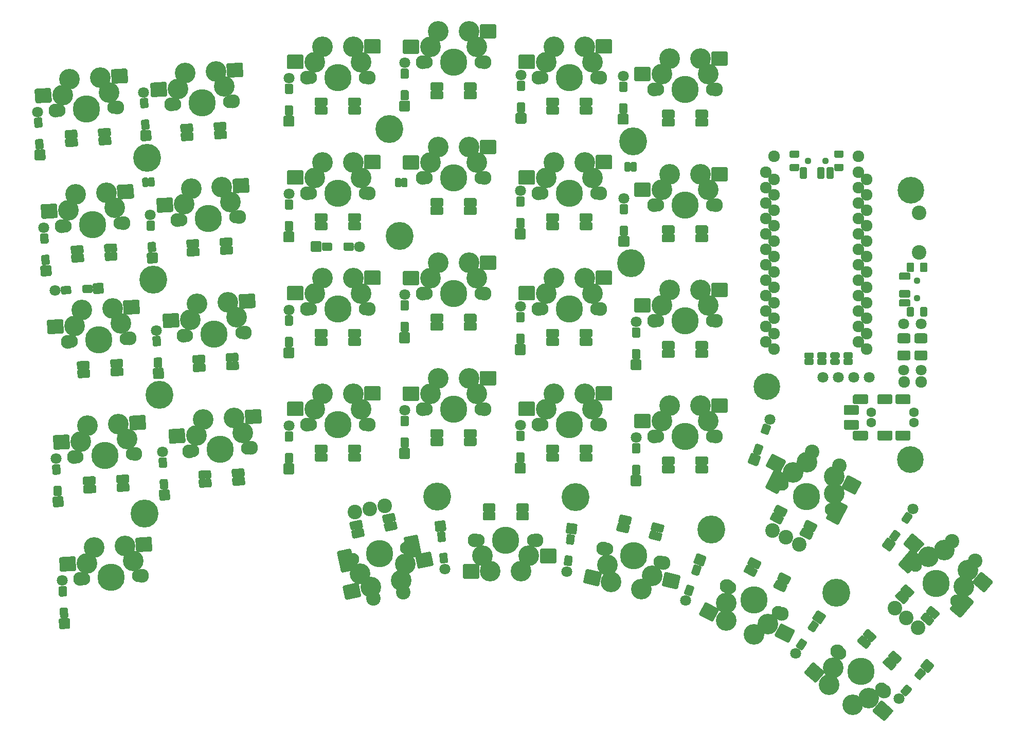
<source format=gbs>
G04 #@! TF.GenerationSoftware,KiCad,Pcbnew,(5.1.12-1-10_14)*
G04 #@! TF.CreationDate,2021-11-28T14:18:10+00:00*
G04 #@! TF.ProjectId,avalanche-hotswap,6176616c-616e-4636-9865-2d686f747377,rev?*
G04 #@! TF.SameCoordinates,Original*
G04 #@! TF.FileFunction,Soldermask,Bot*
G04 #@! TF.FilePolarity,Negative*
%FSLAX46Y46*%
G04 Gerber Fmt 4.6, Leading zero omitted, Abs format (unit mm)*
G04 Created by KiCad (PCBNEW (5.1.12-1-10_14)) date 2021-11-28 14:18:10*
%MOMM*%
%LPD*%
G01*
G04 APERTURE LIST*
%ADD10C,3.400000*%
%ADD11C,4.500000*%
%ADD12C,2.300000*%
%ADD13C,2.100000*%
%ADD14C,1.797000*%
%ADD15C,4.600000*%
%ADD16C,4.400000*%
%ADD17C,1.924000*%
%ADD18C,1.120000*%
%ADD19C,2.400000*%
%ADD20C,1.200000*%
%ADD21C,1.600000*%
G04 APERTURE END LIST*
G36*
G01*
X85456535Y-116990456D02*
X85561207Y-118987715D01*
G75*
G02*
X85371948Y-119197908I-199726J-10467D01*
G01*
X83075100Y-119318281D01*
G75*
G02*
X82864907Y-119129022I-10467J199726D01*
G01*
X82760235Y-117131763D01*
G75*
G02*
X82949494Y-116921570I199726J10467D01*
G01*
X85246342Y-116801197D01*
G75*
G02*
X85456535Y-116990456I10467J-199726D01*
G01*
G37*
D10*
X87348443Y-117932733D03*
X88483769Y-115329747D03*
X94958000Y-117533932D03*
X93556807Y-115063881D03*
D11*
X91286155Y-120269852D03*
D12*
X96359193Y-120003985D03*
X86213117Y-120535719D03*
G36*
G01*
X98006197Y-113789271D02*
X98110869Y-115786530D01*
G75*
G02*
X97921610Y-115996723I-199726J-10467D01*
G01*
X95624762Y-116117096D01*
G75*
G02*
X95414569Y-115927837I-10467J199726D01*
G01*
X95309897Y-113930578D01*
G75*
G02*
X95499156Y-113720385I199726J10467D01*
G01*
X97796004Y-113600012D01*
G75*
G02*
X98006197Y-113789271I10467J-199726D01*
G01*
G37*
D13*
X86792322Y-120505364D03*
X95779988Y-120034340D03*
D14*
X83252371Y-120791070D03*
G36*
G01*
X84368523Y-128742052D02*
X82973438Y-128815165D01*
G75*
G02*
X82763245Y-128625906I-10467J199726D01*
G01*
X82690132Y-127230821D01*
G75*
G02*
X82879391Y-127020628I199726J10467D01*
G01*
X84274476Y-126947515D01*
G75*
G02*
X84484669Y-127136774I10467J-199726D01*
G01*
X84557782Y-128531859D01*
G75*
G02*
X84368523Y-128742052I-199726J-10467D01*
G01*
G37*
G36*
G01*
X84049894Y-126932748D02*
X83101196Y-126982467D01*
G75*
G02*
X82891003Y-126793208I-10467J199726D01*
G01*
X82822967Y-125494989D01*
G75*
G02*
X83012226Y-125284796I199726J10467D01*
G01*
X83960924Y-125235077D01*
G75*
G02*
X84171117Y-125424336I10467J-199726D01*
G01*
X84239153Y-126722555D01*
G75*
G02*
X84049894Y-126932748I-199726J-10467D01*
G01*
G37*
G36*
G01*
X83864102Y-123387614D02*
X82915404Y-123437333D01*
G75*
G02*
X82705211Y-123248074I-10467J199726D01*
G01*
X82637175Y-121949855D01*
G75*
G02*
X82826434Y-121739662I199726J10467D01*
G01*
X83775132Y-121689943D01*
G75*
G02*
X83985325Y-121879202I10467J-199726D01*
G01*
X84053361Y-123177421D01*
G75*
G02*
X83864102Y-123387614I-199726J-10467D01*
G01*
G37*
G36*
G01*
X180111031Y-36356300D02*
X180111031Y-38356300D01*
G75*
G02*
X179911031Y-38556300I-200000J0D01*
G01*
X177611031Y-38556300D01*
G75*
G02*
X177411031Y-38356300I0J200000D01*
G01*
X177411031Y-36356300D01*
G75*
G02*
X177611031Y-36156300I200000J0D01*
G01*
X179911031Y-36156300D01*
G75*
G02*
X180111031Y-36356300I0J-200000D01*
G01*
G37*
D10*
X181951031Y-37396300D03*
X183221031Y-34856300D03*
X189571031Y-37396299D03*
X188301031Y-34856300D03*
D11*
X185761031Y-39936300D03*
D12*
X190841031Y-39936300D03*
X180681031Y-39936300D03*
G36*
G01*
X192811031Y-33816300D02*
X192811031Y-35816300D01*
G75*
G02*
X192611031Y-36016300I-200000J0D01*
G01*
X190311031Y-36016300D01*
G75*
G02*
X190111031Y-35816300I0J200000D01*
G01*
X190111031Y-33816300D01*
G75*
G02*
X190311031Y-33616300I200000J0D01*
G01*
X192611031Y-33616300D01*
G75*
G02*
X192811031Y-33816300I0J-200000D01*
G01*
G37*
D13*
X181261031Y-39936300D03*
X190261031Y-39936300D03*
D15*
X190135714Y-112373722D03*
G36*
G01*
X122961050Y-91506290D02*
X122961050Y-93506290D01*
G75*
G02*
X122761050Y-93706290I-200000J0D01*
G01*
X120461050Y-93706290D01*
G75*
G02*
X120261050Y-93506290I0J200000D01*
G01*
X120261050Y-91506290D01*
G75*
G02*
X120461050Y-91306290I200000J0D01*
G01*
X122761050Y-91306290D01*
G75*
G02*
X122961050Y-91506290I0J-200000D01*
G01*
G37*
D10*
X124801050Y-92546290D03*
X126071050Y-90006290D03*
X132421050Y-92546289D03*
X131151050Y-90006290D03*
D11*
X128611050Y-95086290D03*
D12*
X133691050Y-95086290D03*
X123531050Y-95086290D03*
G36*
G01*
X135661050Y-88966290D02*
X135661050Y-90966290D01*
G75*
G02*
X135461050Y-91166290I-200000J0D01*
G01*
X133161050Y-91166290D01*
G75*
G02*
X132961050Y-90966290I0J200000D01*
G01*
X132961050Y-88966290D01*
G75*
G02*
X133161050Y-88766290I200000J0D01*
G01*
X135461050Y-88766290D01*
G75*
G02*
X135661050Y-88966290I0J-200000D01*
G01*
G37*
D13*
X124111050Y-95086290D03*
X133111050Y-95086290D03*
G36*
G01*
X213175106Y-85242038D02*
X212032106Y-85242038D01*
G75*
G02*
X211832106Y-85042038I0J200000D01*
G01*
X211832106Y-84407038D01*
G75*
G02*
X212032106Y-84207038I200000J0D01*
G01*
X213175106Y-84207038D01*
G75*
G02*
X213375106Y-84407038I0J-200000D01*
G01*
X213375106Y-85042038D01*
G75*
G02*
X213175106Y-85242038I-200000J0D01*
G01*
G37*
G36*
G01*
X213175106Y-84241278D02*
X212032106Y-84241278D01*
G75*
G02*
X211832106Y-84041278I0J200000D01*
G01*
X211832106Y-83406278D01*
G75*
G02*
X212032106Y-83206278I200000J0D01*
G01*
X213175106Y-83206278D01*
G75*
G02*
X213375106Y-83406278I0J-200000D01*
G01*
X213375106Y-84041278D01*
G75*
G02*
X213175106Y-84241278I-200000J0D01*
G01*
G37*
G36*
G01*
X211035106Y-85242036D02*
X209892106Y-85242036D01*
G75*
G02*
X209692106Y-85042036I0J200000D01*
G01*
X209692106Y-84407036D01*
G75*
G02*
X209892106Y-84207036I200000J0D01*
G01*
X211035106Y-84207036D01*
G75*
G02*
X211235106Y-84407036I0J-200000D01*
G01*
X211235106Y-85042036D01*
G75*
G02*
X211035106Y-85242036I-200000J0D01*
G01*
G37*
G36*
G01*
X211035106Y-84241276D02*
X209892106Y-84241276D01*
G75*
G02*
X209692106Y-84041276I0J200000D01*
G01*
X209692106Y-83406276D01*
G75*
G02*
X209892106Y-83206276I200000J0D01*
G01*
X211035106Y-83206276D01*
G75*
G02*
X211235106Y-83406276I0J-200000D01*
G01*
X211235106Y-84041276D01*
G75*
G02*
X211035106Y-84241276I-200000J0D01*
G01*
G37*
G36*
G01*
X208895110Y-85242022D02*
X207752110Y-85242022D01*
G75*
G02*
X207552110Y-85042022I0J200000D01*
G01*
X207552110Y-84407022D01*
G75*
G02*
X207752110Y-84207022I200000J0D01*
G01*
X208895110Y-84207022D01*
G75*
G02*
X209095110Y-84407022I0J-200000D01*
G01*
X209095110Y-85042022D01*
G75*
G02*
X208895110Y-85242022I-200000J0D01*
G01*
G37*
G36*
G01*
X208895110Y-84241262D02*
X207752110Y-84241262D01*
G75*
G02*
X207552110Y-84041262I0J200000D01*
G01*
X207552110Y-83406262D01*
G75*
G02*
X207752110Y-83206262I200000J0D01*
G01*
X208895110Y-83206262D01*
G75*
G02*
X209095110Y-83406262I0J-200000D01*
G01*
X209095110Y-84041262D01*
G75*
G02*
X208895110Y-84241262I-200000J0D01*
G01*
G37*
G36*
G01*
X206755110Y-85249652D02*
X205612110Y-85249652D01*
G75*
G02*
X205412110Y-85049652I0J200000D01*
G01*
X205412110Y-84414652D01*
G75*
G02*
X205612110Y-84214652I200000J0D01*
G01*
X206755110Y-84214652D01*
G75*
G02*
X206955110Y-84414652I0J-200000D01*
G01*
X206955110Y-85049652D01*
G75*
G02*
X206755110Y-85249652I-200000J0D01*
G01*
G37*
G36*
G01*
X206755110Y-84248892D02*
X205612110Y-84248892D01*
G75*
G02*
X205412110Y-84048892I0J200000D01*
G01*
X205412110Y-83413892D01*
G75*
G02*
X205612110Y-83213892I200000J0D01*
G01*
X206755110Y-83213892D01*
G75*
G02*
X206955110Y-83413892I0J-200000D01*
G01*
X206955110Y-84048892D01*
G75*
G02*
X206755110Y-84248892I-200000J0D01*
G01*
G37*
D14*
X208483603Y-87292151D03*
X211023603Y-87292151D03*
X213563603Y-87292151D03*
X216103603Y-87292151D03*
G36*
G01*
X149361038Y-97036262D02*
X149361038Y-96036262D01*
G75*
G02*
X149561038Y-95836262I200000J0D01*
G01*
X151261038Y-95836262D01*
G75*
G02*
X151461038Y-96036262I0J-200000D01*
G01*
X151461038Y-97036262D01*
G75*
G02*
X151261038Y-97236262I-200000J0D01*
G01*
X149561038Y-97236262D01*
G75*
G02*
X149361038Y-97036262I0J200000D01*
G01*
G37*
G36*
G01*
X143861038Y-97036262D02*
X143861038Y-96036262D01*
G75*
G02*
X144061038Y-95836262I200000J0D01*
G01*
X145761038Y-95836262D01*
G75*
G02*
X145961038Y-96036262I0J-200000D01*
G01*
X145961038Y-97036262D01*
G75*
G02*
X145761038Y-97236262I-200000J0D01*
G01*
X144061038Y-97236262D01*
G75*
G02*
X143861038Y-97036262I0J200000D01*
G01*
G37*
G36*
G01*
X149361038Y-98436262D02*
X149361038Y-97436262D01*
G75*
G02*
X149561038Y-97236262I200000J0D01*
G01*
X151261038Y-97236262D01*
G75*
G02*
X151461038Y-97436262I0J-200000D01*
G01*
X151461038Y-98436262D01*
G75*
G02*
X151261038Y-98636262I-200000J0D01*
G01*
X149561038Y-98636262D01*
G75*
G02*
X149361038Y-98436262I0J200000D01*
G01*
G37*
G36*
G01*
X143861038Y-98436262D02*
X143861038Y-97436262D01*
G75*
G02*
X144061038Y-97236262I200000J0D01*
G01*
X145761038Y-97236262D01*
G75*
G02*
X145961038Y-97436262I0J-200000D01*
G01*
X145961038Y-98436262D01*
G75*
G02*
X145761038Y-98636262I-200000J0D01*
G01*
X144061038Y-98636262D01*
G75*
G02*
X143861038Y-98436262I0J200000D01*
G01*
G37*
G36*
G01*
X161061031Y-72456268D02*
X161061031Y-74456268D01*
G75*
G02*
X160861031Y-74656268I-200000J0D01*
G01*
X158561031Y-74656268D01*
G75*
G02*
X158361031Y-74456268I0J200000D01*
G01*
X158361031Y-72456268D01*
G75*
G02*
X158561031Y-72256268I200000J0D01*
G01*
X160861031Y-72256268D01*
G75*
G02*
X161061031Y-72456268I0J-200000D01*
G01*
G37*
D10*
X162901031Y-73496268D03*
X164171031Y-70956268D03*
X170521031Y-73496267D03*
X169251031Y-70956268D03*
D11*
X166711031Y-76036268D03*
D12*
X171791031Y-76036268D03*
X161631031Y-76036268D03*
G36*
G01*
X173761031Y-69916268D02*
X173761031Y-71916268D01*
G75*
G02*
X173561031Y-72116268I-200000J0D01*
G01*
X171261031Y-72116268D01*
G75*
G02*
X171061031Y-71916268I0J200000D01*
G01*
X171061031Y-69916268D01*
G75*
G02*
X171261031Y-69716268I200000J0D01*
G01*
X173561031Y-69716268D01*
G75*
G02*
X173761031Y-69916268I0J-200000D01*
G01*
G37*
D13*
X162211031Y-76036268D03*
X171211031Y-76036268D03*
G36*
G01*
X104781547Y-86269140D02*
X104729211Y-85270511D01*
G75*
G02*
X104918470Y-85060318I199726J10467D01*
G01*
X106616140Y-84971347D01*
G75*
G02*
X106826333Y-85160606I10467J-199726D01*
G01*
X106878669Y-86159235D01*
G75*
G02*
X106689410Y-86369428I-199726J-10467D01*
G01*
X104991740Y-86458399D01*
G75*
G02*
X104781547Y-86269140I-10467J199726D01*
G01*
G37*
G36*
G01*
X110274009Y-85981292D02*
X110221673Y-84982663D01*
G75*
G02*
X110410932Y-84772470I199726J10467D01*
G01*
X112108602Y-84683499D01*
G75*
G02*
X112318795Y-84872758I10467J-199726D01*
G01*
X112371131Y-85871387D01*
G75*
G02*
X112181872Y-86081580I-199726J-10467D01*
G01*
X110484202Y-86170551D01*
G75*
G02*
X110274009Y-85981292I-10467J199726D01*
G01*
G37*
G36*
G01*
X104708277Y-84871058D02*
X104655941Y-83872429D01*
G75*
G02*
X104845200Y-83662236I199726J10467D01*
G01*
X106542870Y-83573265D01*
G75*
G02*
X106753063Y-83762524I10467J-199726D01*
G01*
X106805399Y-84761153D01*
G75*
G02*
X106616140Y-84971346I-199726J-10467D01*
G01*
X104918470Y-85060317D01*
G75*
G02*
X104708277Y-84871058I-10467J199726D01*
G01*
G37*
G36*
G01*
X110200739Y-84583210D02*
X110148403Y-83584581D01*
G75*
G02*
X110337662Y-83374388I199726J10467D01*
G01*
X112035332Y-83285417D01*
G75*
G02*
X112245525Y-83474676I10467J-199726D01*
G01*
X112297861Y-84473305D01*
G75*
G02*
X112108602Y-84683498I-199726J-10467D01*
G01*
X110410932Y-84772469D01*
G75*
G02*
X110200739Y-84583210I-10467J199726D01*
G01*
G37*
G36*
G01*
X205255044Y-111776926D02*
X205709035Y-110885920D01*
G75*
G02*
X205978034Y-110798517I178201J-90798D01*
G01*
X207492745Y-111570301D01*
G75*
G02*
X207580148Y-111839300I-90798J-178201D01*
G01*
X207126157Y-112730306D01*
G75*
G02*
X206857158Y-112817709I-178201J90798D01*
G01*
X205342447Y-112045925D01*
G75*
G02*
X205255044Y-111776926I90798J178201D01*
G01*
G37*
G36*
G01*
X200354508Y-109279979D02*
X200808499Y-108388973D01*
G75*
G02*
X201077498Y-108301570I178201J-90798D01*
G01*
X202592209Y-109073354D01*
G75*
G02*
X202679612Y-109342353I-90798J-178201D01*
G01*
X202225621Y-110233359D01*
G75*
G02*
X201956622Y-110320762I-178201J90798D01*
G01*
X200441911Y-109548978D01*
G75*
G02*
X200354508Y-109279979I90798J178201D01*
G01*
G37*
G36*
G01*
X204619458Y-113024335D02*
X205073449Y-112133329D01*
G75*
G02*
X205342448Y-112045926I178201J-90798D01*
G01*
X206857159Y-112817710D01*
G75*
G02*
X206944562Y-113086709I-90798J-178201D01*
G01*
X206490571Y-113977715D01*
G75*
G02*
X206221572Y-114065118I-178201J90798D01*
G01*
X204706861Y-113293334D01*
G75*
G02*
X204619458Y-113024335I90798J178201D01*
G01*
G37*
G36*
G01*
X199718922Y-110527388D02*
X200172913Y-109636382D01*
G75*
G02*
X200441912Y-109548979I178201J-90798D01*
G01*
X201956623Y-110320763D01*
G75*
G02*
X202044026Y-110589762I-90798J-178201D01*
G01*
X201590035Y-111480768D01*
G75*
G02*
X201321036Y-111568171I-178201J90798D01*
G01*
X199806325Y-110796387D01*
G75*
G02*
X199718922Y-110527388I90798J178201D01*
G01*
G37*
G36*
G01*
X136108002Y-111203584D02*
X135900091Y-110225436D01*
G75*
G02*
X136054139Y-109988224I195630J41582D01*
G01*
X137716990Y-109634774D01*
G75*
G02*
X137954202Y-109788822I41582J-195630D01*
G01*
X138162113Y-110766970D01*
G75*
G02*
X138008065Y-111004182I-195630J-41582D01*
G01*
X136345214Y-111357632D01*
G75*
G02*
X136108002Y-111203584I-41582J195630D01*
G01*
G37*
G36*
G01*
X130728190Y-112347098D02*
X130520279Y-111368950D01*
G75*
G02*
X130674327Y-111131738I195630J41582D01*
G01*
X132337178Y-110778288D01*
G75*
G02*
X132574390Y-110932336I41582J-195630D01*
G01*
X132782301Y-111910484D01*
G75*
G02*
X132628253Y-112147696I-195630J-41582D01*
G01*
X130965402Y-112501146D01*
G75*
G02*
X130728190Y-112347098I-41582J195630D01*
G01*
G37*
G36*
G01*
X136399078Y-112572990D02*
X136191167Y-111594842D01*
G75*
G02*
X136345215Y-111357630I195630J41582D01*
G01*
X138008066Y-111004180D01*
G75*
G02*
X138245278Y-111158228I41582J-195630D01*
G01*
X138453189Y-112136376D01*
G75*
G02*
X138299141Y-112373588I-195630J-41582D01*
G01*
X136636290Y-112727038D01*
G75*
G02*
X136399078Y-112572990I-41582J195630D01*
G01*
G37*
G36*
G01*
X131019266Y-113716504D02*
X130811355Y-112738356D01*
G75*
G02*
X130965403Y-112501144I195630J41582D01*
G01*
X132628254Y-112147694D01*
G75*
G02*
X132865466Y-112301742I41582J-195630D01*
G01*
X133073377Y-113279890D01*
G75*
G02*
X132919329Y-113517102I-195630J-41582D01*
G01*
X131256478Y-113870552D01*
G75*
G02*
X131019266Y-113716504I-41582J195630D01*
G01*
G37*
G36*
G01*
X187461082Y-63486269D02*
X187461082Y-62486269D01*
G75*
G02*
X187661082Y-62286269I200000J0D01*
G01*
X189361082Y-62286269D01*
G75*
G02*
X189561082Y-62486269I0J-200000D01*
G01*
X189561082Y-63486269D01*
G75*
G02*
X189361082Y-63686269I-200000J0D01*
G01*
X187661082Y-63686269D01*
G75*
G02*
X187461082Y-63486269I0J200000D01*
G01*
G37*
G36*
G01*
X181961082Y-63486269D02*
X181961082Y-62486269D01*
G75*
G02*
X182161082Y-62286269I200000J0D01*
G01*
X183861082Y-62286269D01*
G75*
G02*
X184061082Y-62486269I0J-200000D01*
G01*
X184061082Y-63486269D01*
G75*
G02*
X183861082Y-63686269I-200000J0D01*
G01*
X182161082Y-63686269D01*
G75*
G02*
X181961082Y-63486269I0J200000D01*
G01*
G37*
G36*
G01*
X187461082Y-64886269D02*
X187461082Y-63886269D01*
G75*
G02*
X187661082Y-63686269I200000J0D01*
G01*
X189361082Y-63686269D01*
G75*
G02*
X189561082Y-63886269I0J-200000D01*
G01*
X189561082Y-64886269D01*
G75*
G02*
X189361082Y-65086269I-200000J0D01*
G01*
X187661082Y-65086269D01*
G75*
G02*
X187461082Y-64886269I0J200000D01*
G01*
G37*
G36*
G01*
X181961082Y-64886269D02*
X181961082Y-63886269D01*
G75*
G02*
X182161082Y-63686269I200000J0D01*
G01*
X183861082Y-63686269D01*
G75*
G02*
X184061082Y-63886269I0J-200000D01*
G01*
X184061082Y-64886269D01*
G75*
G02*
X183861082Y-65086269I-200000J0D01*
G01*
X182161082Y-65086269D01*
G75*
G02*
X181961082Y-64886269I0J200000D01*
G01*
G37*
G36*
G01*
X86754664Y-106290022D02*
X86702328Y-105291393D01*
G75*
G02*
X86891587Y-105081200I199726J10467D01*
G01*
X88589257Y-104992229D01*
G75*
G02*
X88799450Y-105181488I10467J-199726D01*
G01*
X88851786Y-106180117D01*
G75*
G02*
X88662527Y-106390310I-199726J-10467D01*
G01*
X86964857Y-106479281D01*
G75*
G02*
X86754664Y-106290022I-10467J199726D01*
G01*
G37*
G36*
G01*
X92247126Y-106002174D02*
X92194790Y-105003545D01*
G75*
G02*
X92384049Y-104793352I199726J10467D01*
G01*
X94081719Y-104704381D01*
G75*
G02*
X94291912Y-104893640I10467J-199726D01*
G01*
X94344248Y-105892269D01*
G75*
G02*
X94154989Y-106102462I-199726J-10467D01*
G01*
X92457319Y-106191433D01*
G75*
G02*
X92247126Y-106002174I-10467J199726D01*
G01*
G37*
G36*
G01*
X86681394Y-104891940D02*
X86629058Y-103893311D01*
G75*
G02*
X86818317Y-103683118I199726J10467D01*
G01*
X88515987Y-103594147D01*
G75*
G02*
X88726180Y-103783406I10467J-199726D01*
G01*
X88778516Y-104782035D01*
G75*
G02*
X88589257Y-104992228I-199726J-10467D01*
G01*
X86891587Y-105081199D01*
G75*
G02*
X86681394Y-104891940I-10467J199726D01*
G01*
G37*
G36*
G01*
X92173856Y-104604092D02*
X92121520Y-103605463D01*
G75*
G02*
X92310779Y-103395270I199726J10467D01*
G01*
X94008449Y-103306299D01*
G75*
G02*
X94218642Y-103495558I10467J-199726D01*
G01*
X94270978Y-104494187D01*
G75*
G02*
X94081719Y-104704380I-199726J-10467D01*
G01*
X92384049Y-104793351D01*
G75*
G02*
X92173856Y-104604092I-10467J199726D01*
G01*
G37*
G36*
G01*
X85757650Y-87266135D02*
X85705314Y-86267506D01*
G75*
G02*
X85894573Y-86057313I199726J10467D01*
G01*
X87592243Y-85968342D01*
G75*
G02*
X87802436Y-86157601I10467J-199726D01*
G01*
X87854772Y-87156230D01*
G75*
G02*
X87665513Y-87366423I-199726J-10467D01*
G01*
X85967843Y-87455394D01*
G75*
G02*
X85757650Y-87266135I-10467J199726D01*
G01*
G37*
G36*
G01*
X91250112Y-86978287D02*
X91197776Y-85979658D01*
G75*
G02*
X91387035Y-85769465I199726J10467D01*
G01*
X93084705Y-85680494D01*
G75*
G02*
X93294898Y-85869753I10467J-199726D01*
G01*
X93347234Y-86868382D01*
G75*
G02*
X93157975Y-87078575I-199726J-10467D01*
G01*
X91460305Y-87167546D01*
G75*
G02*
X91250112Y-86978287I-10467J199726D01*
G01*
G37*
G36*
G01*
X85684380Y-85868053D02*
X85632044Y-84869424D01*
G75*
G02*
X85821303Y-84659231I199726J10467D01*
G01*
X87518973Y-84570260D01*
G75*
G02*
X87729166Y-84759519I10467J-199726D01*
G01*
X87781502Y-85758148D01*
G75*
G02*
X87592243Y-85968341I-199726J-10467D01*
G01*
X85894573Y-86057312D01*
G75*
G02*
X85684380Y-85868053I-10467J199726D01*
G01*
G37*
G36*
G01*
X91176842Y-85580205D02*
X91124506Y-84581576D01*
G75*
G02*
X91313765Y-84371383I199726J10467D01*
G01*
X93011435Y-84282412D01*
G75*
G02*
X93221628Y-84471671I10467J-199726D01*
G01*
X93273964Y-85470300D01*
G75*
G02*
X93084705Y-85680493I-199726J-10467D01*
G01*
X91387035Y-85769464D01*
G75*
G02*
X91176842Y-85580205I-10467J199726D01*
G01*
G37*
G36*
G01*
X84760629Y-68242234D02*
X84708293Y-67243605D01*
G75*
G02*
X84897552Y-67033412I199726J10467D01*
G01*
X86595222Y-66944441D01*
G75*
G02*
X86805415Y-67133700I10467J-199726D01*
G01*
X86857751Y-68132329D01*
G75*
G02*
X86668492Y-68342522I-199726J-10467D01*
G01*
X84970822Y-68431493D01*
G75*
G02*
X84760629Y-68242234I-10467J199726D01*
G01*
G37*
G36*
G01*
X90253091Y-67954386D02*
X90200755Y-66955757D01*
G75*
G02*
X90390014Y-66745564I199726J10467D01*
G01*
X92087684Y-66656593D01*
G75*
G02*
X92297877Y-66845852I10467J-199726D01*
G01*
X92350213Y-67844481D01*
G75*
G02*
X92160954Y-68054674I-199726J-10467D01*
G01*
X90463284Y-68143645D01*
G75*
G02*
X90253091Y-67954386I-10467J199726D01*
G01*
G37*
G36*
G01*
X84687359Y-66844152D02*
X84635023Y-65845523D01*
G75*
G02*
X84824282Y-65635330I199726J10467D01*
G01*
X86521952Y-65546359D01*
G75*
G02*
X86732145Y-65735618I10467J-199726D01*
G01*
X86784481Y-66734247D01*
G75*
G02*
X86595222Y-66944440I-199726J-10467D01*
G01*
X84897552Y-67033411D01*
G75*
G02*
X84687359Y-66844152I-10467J199726D01*
G01*
G37*
G36*
G01*
X90179821Y-66556304D02*
X90127485Y-65557675D01*
G75*
G02*
X90316744Y-65347482I199726J10467D01*
G01*
X92014414Y-65258511D01*
G75*
G02*
X92224607Y-65447770I10467J-199726D01*
G01*
X92276943Y-66446399D01*
G75*
G02*
X92087684Y-66656592I-199726J-10467D01*
G01*
X90390014Y-66745563D01*
G75*
G02*
X90179821Y-66556304I-10467J199726D01*
G01*
G37*
G36*
G01*
X83763676Y-49218349D02*
X83711340Y-48219720D01*
G75*
G02*
X83900599Y-48009527I199726J10467D01*
G01*
X85598269Y-47920556D01*
G75*
G02*
X85808462Y-48109815I10467J-199726D01*
G01*
X85860798Y-49108444D01*
G75*
G02*
X85671539Y-49318637I-199726J-10467D01*
G01*
X83973869Y-49407608D01*
G75*
G02*
X83763676Y-49218349I-10467J199726D01*
G01*
G37*
G36*
G01*
X89256138Y-48930501D02*
X89203802Y-47931872D01*
G75*
G02*
X89393061Y-47721679I199726J10467D01*
G01*
X91090731Y-47632708D01*
G75*
G02*
X91300924Y-47821967I10467J-199726D01*
G01*
X91353260Y-48820596D01*
G75*
G02*
X91164001Y-49030789I-199726J-10467D01*
G01*
X89466331Y-49119760D01*
G75*
G02*
X89256138Y-48930501I-10467J199726D01*
G01*
G37*
G36*
G01*
X83690406Y-47820267D02*
X83638070Y-46821638D01*
G75*
G02*
X83827329Y-46611445I199726J10467D01*
G01*
X85524999Y-46522474D01*
G75*
G02*
X85735192Y-46711733I10467J-199726D01*
G01*
X85787528Y-47710362D01*
G75*
G02*
X85598269Y-47920555I-199726J-10467D01*
G01*
X83900599Y-48009526D01*
G75*
G02*
X83690406Y-47820267I-10467J199726D01*
G01*
G37*
G36*
G01*
X89182868Y-47532419D02*
X89130532Y-46533790D01*
G75*
G02*
X89319791Y-46323597I199726J10467D01*
G01*
X91017461Y-46234626D01*
G75*
G02*
X91227654Y-46423885I10467J-199726D01*
G01*
X91279990Y-47422514D01*
G75*
G02*
X91090731Y-47632707I-199726J-10467D01*
G01*
X89393061Y-47721678D01*
G75*
G02*
X89182868Y-47532419I-10467J199726D01*
G01*
G37*
G36*
G01*
X102787544Y-48221349D02*
X102735208Y-47222720D01*
G75*
G02*
X102924467Y-47012527I199726J10467D01*
G01*
X104622137Y-46923556D01*
G75*
G02*
X104832330Y-47112815I10467J-199726D01*
G01*
X104884666Y-48111444D01*
G75*
G02*
X104695407Y-48321637I-199726J-10467D01*
G01*
X102997737Y-48410608D01*
G75*
G02*
X102787544Y-48221349I-10467J199726D01*
G01*
G37*
G36*
G01*
X108280006Y-47933501D02*
X108227670Y-46934872D01*
G75*
G02*
X108416929Y-46724679I199726J10467D01*
G01*
X110114599Y-46635708D01*
G75*
G02*
X110324792Y-46824967I10467J-199726D01*
G01*
X110377128Y-47823596D01*
G75*
G02*
X110187869Y-48033789I-199726J-10467D01*
G01*
X108490199Y-48122760D01*
G75*
G02*
X108280006Y-47933501I-10467J199726D01*
G01*
G37*
G36*
G01*
X102714274Y-46823267D02*
X102661938Y-45824638D01*
G75*
G02*
X102851197Y-45614445I199726J10467D01*
G01*
X104548867Y-45525474D01*
G75*
G02*
X104759060Y-45714733I10467J-199726D01*
G01*
X104811396Y-46713362D01*
G75*
G02*
X104622137Y-46923555I-199726J-10467D01*
G01*
X102924467Y-47012526D01*
G75*
G02*
X102714274Y-46823267I-10467J199726D01*
G01*
G37*
G36*
G01*
X108206736Y-46535419D02*
X108154400Y-45536790D01*
G75*
G02*
X108343659Y-45326597I199726J10467D01*
G01*
X110041329Y-45237626D01*
G75*
G02*
X110251522Y-45426885I10467J-199726D01*
G01*
X110303858Y-46425514D01*
G75*
G02*
X110114599Y-46635707I-199726J-10467D01*
G01*
X108416929Y-46724678D01*
G75*
G02*
X108206736Y-46535419I-10467J199726D01*
G01*
G37*
G36*
G01*
X103784546Y-67245219D02*
X103732210Y-66246590D01*
G75*
G02*
X103921469Y-66036397I199726J10467D01*
G01*
X105619139Y-65947426D01*
G75*
G02*
X105829332Y-66136685I10467J-199726D01*
G01*
X105881668Y-67135314D01*
G75*
G02*
X105692409Y-67345507I-199726J-10467D01*
G01*
X103994739Y-67434478D01*
G75*
G02*
X103784546Y-67245219I-10467J199726D01*
G01*
G37*
G36*
G01*
X109277008Y-66957371D02*
X109224672Y-65958742D01*
G75*
G02*
X109413931Y-65748549I199726J10467D01*
G01*
X111111601Y-65659578D01*
G75*
G02*
X111321794Y-65848837I10467J-199726D01*
G01*
X111374130Y-66847466D01*
G75*
G02*
X111184871Y-67057659I-199726J-10467D01*
G01*
X109487201Y-67146630D01*
G75*
G02*
X109277008Y-66957371I-10467J199726D01*
G01*
G37*
G36*
G01*
X103711276Y-65847137D02*
X103658940Y-64848508D01*
G75*
G02*
X103848199Y-64638315I199726J10467D01*
G01*
X105545869Y-64549344D01*
G75*
G02*
X105756062Y-64738603I10467J-199726D01*
G01*
X105808398Y-65737232D01*
G75*
G02*
X105619139Y-65947425I-199726J-10467D01*
G01*
X103921469Y-66036396D01*
G75*
G02*
X103711276Y-65847137I-10467J199726D01*
G01*
G37*
G36*
G01*
X109203738Y-65559289D02*
X109151402Y-64560660D01*
G75*
G02*
X109340661Y-64350467I199726J10467D01*
G01*
X111038331Y-64261496D01*
G75*
G02*
X111248524Y-64450755I10467J-199726D01*
G01*
X111300860Y-65449384D01*
G75*
G02*
X111111601Y-65659577I-199726J-10467D01*
G01*
X109413931Y-65748548D01*
G75*
G02*
X109203738Y-65559289I-10467J199726D01*
G01*
G37*
G36*
G01*
X105778565Y-105293046D02*
X105726229Y-104294417D01*
G75*
G02*
X105915488Y-104084224I199726J10467D01*
G01*
X107613158Y-103995253D01*
G75*
G02*
X107823351Y-104184512I10467J-199726D01*
G01*
X107875687Y-105183141D01*
G75*
G02*
X107686428Y-105393334I-199726J-10467D01*
G01*
X105988758Y-105482305D01*
G75*
G02*
X105778565Y-105293046I-10467J199726D01*
G01*
G37*
G36*
G01*
X111271027Y-105005198D02*
X111218691Y-104006569D01*
G75*
G02*
X111407950Y-103796376I199726J10467D01*
G01*
X113105620Y-103707405D01*
G75*
G02*
X113315813Y-103896664I10467J-199726D01*
G01*
X113368149Y-104895293D01*
G75*
G02*
X113178890Y-105105486I-199726J-10467D01*
G01*
X111481220Y-105194457D01*
G75*
G02*
X111271027Y-105005198I-10467J199726D01*
G01*
G37*
G36*
G01*
X105705295Y-103894964D02*
X105652959Y-102896335D01*
G75*
G02*
X105842218Y-102686142I199726J10467D01*
G01*
X107539888Y-102597171D01*
G75*
G02*
X107750081Y-102786430I10467J-199726D01*
G01*
X107802417Y-103785059D01*
G75*
G02*
X107613158Y-103995252I-199726J-10467D01*
G01*
X105915488Y-104084223D01*
G75*
G02*
X105705295Y-103894964I-10467J199726D01*
G01*
G37*
G36*
G01*
X111197757Y-103607116D02*
X111145421Y-102608487D01*
G75*
G02*
X111334680Y-102398294I199726J10467D01*
G01*
X113032350Y-102309323D01*
G75*
G02*
X113242543Y-102498582I10467J-199726D01*
G01*
X113294879Y-103497211D01*
G75*
G02*
X113105620Y-103707404I-199726J-10467D01*
G01*
X111407950Y-103796375D01*
G75*
G02*
X111197757Y-103607116I-10467J199726D01*
G01*
G37*
G36*
G01*
X130311054Y-99586308D02*
X130311054Y-98586308D01*
G75*
G02*
X130511054Y-98386308I200000J0D01*
G01*
X132211054Y-98386308D01*
G75*
G02*
X132411054Y-98586308I0J-200000D01*
G01*
X132411054Y-99586308D01*
G75*
G02*
X132211054Y-99786308I-200000J0D01*
G01*
X130511054Y-99786308D01*
G75*
G02*
X130311054Y-99586308I0J200000D01*
G01*
G37*
G36*
G01*
X124811054Y-99586308D02*
X124811054Y-98586308D01*
G75*
G02*
X125011054Y-98386308I200000J0D01*
G01*
X126711054Y-98386308D01*
G75*
G02*
X126911054Y-98586308I0J-200000D01*
G01*
X126911054Y-99586308D01*
G75*
G02*
X126711054Y-99786308I-200000J0D01*
G01*
X125011054Y-99786308D01*
G75*
G02*
X124811054Y-99586308I0J200000D01*
G01*
G37*
G36*
G01*
X130311054Y-100986308D02*
X130311054Y-99986308D01*
G75*
G02*
X130511054Y-99786308I200000J0D01*
G01*
X132211054Y-99786308D01*
G75*
G02*
X132411054Y-99986308I0J-200000D01*
G01*
X132411054Y-100986308D01*
G75*
G02*
X132211054Y-101186308I-200000J0D01*
G01*
X130511054Y-101186308D01*
G75*
G02*
X130311054Y-100986308I0J200000D01*
G01*
G37*
G36*
G01*
X124811054Y-100986308D02*
X124811054Y-99986308D01*
G75*
G02*
X125011054Y-99786308I200000J0D01*
G01*
X126711054Y-99786308D01*
G75*
G02*
X126911054Y-99986308I0J-200000D01*
G01*
X126911054Y-100986308D01*
G75*
G02*
X126711054Y-101186308I-200000J0D01*
G01*
X125011054Y-101186308D01*
G75*
G02*
X124811054Y-100986308I0J200000D01*
G01*
G37*
G36*
G01*
X130311043Y-80536295D02*
X130311043Y-79536295D01*
G75*
G02*
X130511043Y-79336295I200000J0D01*
G01*
X132211043Y-79336295D01*
G75*
G02*
X132411043Y-79536295I0J-200000D01*
G01*
X132411043Y-80536295D01*
G75*
G02*
X132211043Y-80736295I-200000J0D01*
G01*
X130511043Y-80736295D01*
G75*
G02*
X130311043Y-80536295I0J200000D01*
G01*
G37*
G36*
G01*
X124811043Y-80536295D02*
X124811043Y-79536295D01*
G75*
G02*
X125011043Y-79336295I200000J0D01*
G01*
X126711043Y-79336295D01*
G75*
G02*
X126911043Y-79536295I0J-200000D01*
G01*
X126911043Y-80536295D01*
G75*
G02*
X126711043Y-80736295I-200000J0D01*
G01*
X125011043Y-80736295D01*
G75*
G02*
X124811043Y-80536295I0J200000D01*
G01*
G37*
G36*
G01*
X130311043Y-81936295D02*
X130311043Y-80936295D01*
G75*
G02*
X130511043Y-80736295I200000J0D01*
G01*
X132211043Y-80736295D01*
G75*
G02*
X132411043Y-80936295I0J-200000D01*
G01*
X132411043Y-81936295D01*
G75*
G02*
X132211043Y-82136295I-200000J0D01*
G01*
X130511043Y-82136295D01*
G75*
G02*
X130311043Y-81936295I0J200000D01*
G01*
G37*
G36*
G01*
X124811043Y-81936295D02*
X124811043Y-80936295D01*
G75*
G02*
X125011043Y-80736295I200000J0D01*
G01*
X126711043Y-80736295D01*
G75*
G02*
X126911043Y-80936295I0J-200000D01*
G01*
X126911043Y-81936295D01*
G75*
G02*
X126711043Y-82136295I-200000J0D01*
G01*
X125011043Y-82136295D01*
G75*
G02*
X124811043Y-81936295I0J200000D01*
G01*
G37*
G36*
G01*
X130311052Y-61486263D02*
X130311052Y-60486263D01*
G75*
G02*
X130511052Y-60286263I200000J0D01*
G01*
X132211052Y-60286263D01*
G75*
G02*
X132411052Y-60486263I0J-200000D01*
G01*
X132411052Y-61486263D01*
G75*
G02*
X132211052Y-61686263I-200000J0D01*
G01*
X130511052Y-61686263D01*
G75*
G02*
X130311052Y-61486263I0J200000D01*
G01*
G37*
G36*
G01*
X124811052Y-61486263D02*
X124811052Y-60486263D01*
G75*
G02*
X125011052Y-60286263I200000J0D01*
G01*
X126711052Y-60286263D01*
G75*
G02*
X126911052Y-60486263I0J-200000D01*
G01*
X126911052Y-61486263D01*
G75*
G02*
X126711052Y-61686263I-200000J0D01*
G01*
X125011052Y-61686263D01*
G75*
G02*
X124811052Y-61486263I0J200000D01*
G01*
G37*
G36*
G01*
X130311052Y-62886263D02*
X130311052Y-61886263D01*
G75*
G02*
X130511052Y-61686263I200000J0D01*
G01*
X132211052Y-61686263D01*
G75*
G02*
X132411052Y-61886263I0J-200000D01*
G01*
X132411052Y-62886263D01*
G75*
G02*
X132211052Y-63086263I-200000J0D01*
G01*
X130511052Y-63086263D01*
G75*
G02*
X130311052Y-62886263I0J200000D01*
G01*
G37*
G36*
G01*
X124811052Y-62886263D02*
X124811052Y-61886263D01*
G75*
G02*
X125011052Y-61686263I200000J0D01*
G01*
X126711052Y-61686263D01*
G75*
G02*
X126911052Y-61886263I0J-200000D01*
G01*
X126911052Y-62886263D01*
G75*
G02*
X126711052Y-63086263I-200000J0D01*
G01*
X125011052Y-63086263D01*
G75*
G02*
X124811052Y-62886263I0J200000D01*
G01*
G37*
G36*
G01*
X130311061Y-42436299D02*
X130311061Y-41436299D01*
G75*
G02*
X130511061Y-41236299I200000J0D01*
G01*
X132211061Y-41236299D01*
G75*
G02*
X132411061Y-41436299I0J-200000D01*
G01*
X132411061Y-42436299D01*
G75*
G02*
X132211061Y-42636299I-200000J0D01*
G01*
X130511061Y-42636299D01*
G75*
G02*
X130311061Y-42436299I0J200000D01*
G01*
G37*
G36*
G01*
X124811061Y-42436299D02*
X124811061Y-41436299D01*
G75*
G02*
X125011061Y-41236299I200000J0D01*
G01*
X126711061Y-41236299D01*
G75*
G02*
X126911061Y-41436299I0J-200000D01*
G01*
X126911061Y-42436299D01*
G75*
G02*
X126711061Y-42636299I-200000J0D01*
G01*
X125011061Y-42636299D01*
G75*
G02*
X124811061Y-42436299I0J200000D01*
G01*
G37*
G36*
G01*
X130311061Y-43836299D02*
X130311061Y-42836299D01*
G75*
G02*
X130511061Y-42636299I200000J0D01*
G01*
X132211061Y-42636299D01*
G75*
G02*
X132411061Y-42836299I0J-200000D01*
G01*
X132411061Y-43836299D01*
G75*
G02*
X132211061Y-44036299I-200000J0D01*
G01*
X130511061Y-44036299D01*
G75*
G02*
X130311061Y-43836299I0J200000D01*
G01*
G37*
G36*
G01*
X124811061Y-43836299D02*
X124811061Y-42836299D01*
G75*
G02*
X125011061Y-42636299I200000J0D01*
G01*
X126711061Y-42636299D01*
G75*
G02*
X126911061Y-42836299I0J-200000D01*
G01*
X126911061Y-43836299D01*
G75*
G02*
X126711061Y-44036299I-200000J0D01*
G01*
X125011061Y-44036299D01*
G75*
G02*
X124811061Y-43836299I0J200000D01*
G01*
G37*
G36*
G01*
X149361066Y-39936298D02*
X149361066Y-38936298D01*
G75*
G02*
X149561066Y-38736298I200000J0D01*
G01*
X151261066Y-38736298D01*
G75*
G02*
X151461066Y-38936298I0J-200000D01*
G01*
X151461066Y-39936298D01*
G75*
G02*
X151261066Y-40136298I-200000J0D01*
G01*
X149561066Y-40136298D01*
G75*
G02*
X149361066Y-39936298I0J200000D01*
G01*
G37*
G36*
G01*
X143861066Y-39936298D02*
X143861066Y-38936298D01*
G75*
G02*
X144061066Y-38736298I200000J0D01*
G01*
X145761066Y-38736298D01*
G75*
G02*
X145961066Y-38936298I0J-200000D01*
G01*
X145961066Y-39936298D01*
G75*
G02*
X145761066Y-40136298I-200000J0D01*
G01*
X144061066Y-40136298D01*
G75*
G02*
X143861066Y-39936298I0J200000D01*
G01*
G37*
G36*
G01*
X149361066Y-41336298D02*
X149361066Y-40336298D01*
G75*
G02*
X149561066Y-40136298I200000J0D01*
G01*
X151261066Y-40136298D01*
G75*
G02*
X151461066Y-40336298I0J-200000D01*
G01*
X151461066Y-41336298D01*
G75*
G02*
X151261066Y-41536298I-200000J0D01*
G01*
X149561066Y-41536298D01*
G75*
G02*
X149361066Y-41336298I0J200000D01*
G01*
G37*
G36*
G01*
X143861066Y-41336298D02*
X143861066Y-40336298D01*
G75*
G02*
X144061066Y-40136298I200000J0D01*
G01*
X145761066Y-40136298D01*
G75*
G02*
X145961066Y-40336298I0J-200000D01*
G01*
X145961066Y-41336298D01*
G75*
G02*
X145761066Y-41536298I-200000J0D01*
G01*
X144061066Y-41536298D01*
G75*
G02*
X143861066Y-41336298I0J200000D01*
G01*
G37*
G36*
G01*
X149361027Y-58986293D02*
X149361027Y-57986293D01*
G75*
G02*
X149561027Y-57786293I200000J0D01*
G01*
X151261027Y-57786293D01*
G75*
G02*
X151461027Y-57986293I0J-200000D01*
G01*
X151461027Y-58986293D01*
G75*
G02*
X151261027Y-59186293I-200000J0D01*
G01*
X149561027Y-59186293D01*
G75*
G02*
X149361027Y-58986293I0J200000D01*
G01*
G37*
G36*
G01*
X143861027Y-58986293D02*
X143861027Y-57986293D01*
G75*
G02*
X144061027Y-57786293I200000J0D01*
G01*
X145761027Y-57786293D01*
G75*
G02*
X145961027Y-57986293I0J-200000D01*
G01*
X145961027Y-58986293D01*
G75*
G02*
X145761027Y-59186293I-200000J0D01*
G01*
X144061027Y-59186293D01*
G75*
G02*
X143861027Y-58986293I0J200000D01*
G01*
G37*
G36*
G01*
X149361027Y-60386293D02*
X149361027Y-59386293D01*
G75*
G02*
X149561027Y-59186293I200000J0D01*
G01*
X151261027Y-59186293D01*
G75*
G02*
X151461027Y-59386293I0J-200000D01*
G01*
X151461027Y-60386293D01*
G75*
G02*
X151261027Y-60586293I-200000J0D01*
G01*
X149561027Y-60586293D01*
G75*
G02*
X149361027Y-60386293I0J200000D01*
G01*
G37*
G36*
G01*
X143861027Y-60386293D02*
X143861027Y-59386293D01*
G75*
G02*
X144061027Y-59186293I200000J0D01*
G01*
X145761027Y-59186293D01*
G75*
G02*
X145961027Y-59386293I0J-200000D01*
G01*
X145961027Y-60386293D01*
G75*
G02*
X145761027Y-60586293I-200000J0D01*
G01*
X144061027Y-60586293D01*
G75*
G02*
X143861027Y-60386293I0J200000D01*
G01*
G37*
G36*
G01*
X149361055Y-78036290D02*
X149361055Y-77036290D01*
G75*
G02*
X149561055Y-76836290I200000J0D01*
G01*
X151261055Y-76836290D01*
G75*
G02*
X151461055Y-77036290I0J-200000D01*
G01*
X151461055Y-78036290D01*
G75*
G02*
X151261055Y-78236290I-200000J0D01*
G01*
X149561055Y-78236290D01*
G75*
G02*
X149361055Y-78036290I0J200000D01*
G01*
G37*
G36*
G01*
X143861055Y-78036290D02*
X143861055Y-77036290D01*
G75*
G02*
X144061055Y-76836290I200000J0D01*
G01*
X145761055Y-76836290D01*
G75*
G02*
X145961055Y-77036290I0J-200000D01*
G01*
X145961055Y-78036290D01*
G75*
G02*
X145761055Y-78236290I-200000J0D01*
G01*
X144061055Y-78236290D01*
G75*
G02*
X143861055Y-78036290I0J200000D01*
G01*
G37*
G36*
G01*
X149361055Y-79436290D02*
X149361055Y-78436290D01*
G75*
G02*
X149561055Y-78236290I200000J0D01*
G01*
X151261055Y-78236290D01*
G75*
G02*
X151461055Y-78436290I0J-200000D01*
G01*
X151461055Y-79436290D01*
G75*
G02*
X151261055Y-79636290I-200000J0D01*
G01*
X149561055Y-79636290D01*
G75*
G02*
X149361055Y-79436290I0J200000D01*
G01*
G37*
G36*
G01*
X143861055Y-79436290D02*
X143861055Y-78436290D01*
G75*
G02*
X144061055Y-78236290I200000J0D01*
G01*
X145761055Y-78236290D01*
G75*
G02*
X145961055Y-78436290I0J-200000D01*
G01*
X145961055Y-79436290D01*
G75*
G02*
X145761055Y-79636290I-200000J0D01*
G01*
X144061055Y-79636290D01*
G75*
G02*
X143861055Y-79436290I0J200000D01*
G01*
G37*
G36*
G01*
X157981421Y-109270563D02*
X157981421Y-108270563D01*
G75*
G02*
X158181421Y-108070563I200000J0D01*
G01*
X159881421Y-108070563D01*
G75*
G02*
X160081421Y-108270563I0J-200000D01*
G01*
X160081421Y-109270563D01*
G75*
G02*
X159881421Y-109470563I-200000J0D01*
G01*
X158181421Y-109470563D01*
G75*
G02*
X157981421Y-109270563I0J200000D01*
G01*
G37*
G36*
G01*
X152481421Y-109270563D02*
X152481421Y-108270563D01*
G75*
G02*
X152681421Y-108070563I200000J0D01*
G01*
X154381421Y-108070563D01*
G75*
G02*
X154581421Y-108270563I0J-200000D01*
G01*
X154581421Y-109270563D01*
G75*
G02*
X154381421Y-109470563I-200000J0D01*
G01*
X152681421Y-109470563D01*
G75*
G02*
X152481421Y-109270563I0J200000D01*
G01*
G37*
G36*
G01*
X157981421Y-110670563D02*
X157981421Y-109670563D01*
G75*
G02*
X158181421Y-109470563I200000J0D01*
G01*
X159881421Y-109470563D01*
G75*
G02*
X160081421Y-109670563I0J-200000D01*
G01*
X160081421Y-110670563D01*
G75*
G02*
X159881421Y-110870563I-200000J0D01*
G01*
X158181421Y-110870563D01*
G75*
G02*
X157981421Y-110670563I0J200000D01*
G01*
G37*
G36*
G01*
X152481421Y-110670563D02*
X152481421Y-109670563D01*
G75*
G02*
X152681421Y-109470563I200000J0D01*
G01*
X154381421Y-109470563D01*
G75*
G02*
X154581421Y-109670563I0J-200000D01*
G01*
X154581421Y-110670563D01*
G75*
G02*
X154381421Y-110870563I-200000J0D01*
G01*
X152681421Y-110870563D01*
G75*
G02*
X152481421Y-110670563I0J200000D01*
G01*
G37*
G36*
G01*
X180109896Y-112299273D02*
X180343341Y-111326903D01*
G75*
G02*
X180584504Y-111179118I194474J-46689D01*
G01*
X182237533Y-111575976D01*
G75*
G02*
X182385318Y-111817139I-46689J-194474D01*
G01*
X182151873Y-112789509D01*
G75*
G02*
X181910710Y-112937294I-194474J46689D01*
G01*
X180257681Y-112540436D01*
G75*
G02*
X180109896Y-112299273I46689J194474D01*
G01*
G37*
G36*
G01*
X174761861Y-111015323D02*
X174995306Y-110042953D01*
G75*
G02*
X175236469Y-109895168I194474J-46689D01*
G01*
X176889498Y-110292026D01*
G75*
G02*
X177037283Y-110533189I-46689J-194474D01*
G01*
X176803838Y-111505559D01*
G75*
G02*
X176562675Y-111653344I-194474J46689D01*
G01*
X174909646Y-111256486D01*
G75*
G02*
X174761861Y-111015323I46689J194474D01*
G01*
G37*
G36*
G01*
X179783073Y-113660591D02*
X180016518Y-112688221D01*
G75*
G02*
X180257681Y-112540436I194474J-46689D01*
G01*
X181910710Y-112937294D01*
G75*
G02*
X182058495Y-113178457I-46689J-194474D01*
G01*
X181825050Y-114150827D01*
G75*
G02*
X181583887Y-114298612I-194474J46689D01*
G01*
X179930858Y-113901754D01*
G75*
G02*
X179783073Y-113660591I46689J194474D01*
G01*
G37*
G36*
G01*
X174435038Y-112376641D02*
X174668483Y-111404271D01*
G75*
G02*
X174909646Y-111256486I194474J-46689D01*
G01*
X176562675Y-111653344D01*
G75*
G02*
X176710460Y-111894507I-46689J-194474D01*
G01*
X176477015Y-112866877D01*
G75*
G02*
X176235852Y-113014662I-194474J46689D01*
G01*
X174582823Y-112617804D01*
G75*
G02*
X174435038Y-112376641I46689J194474D01*
G01*
G37*
G36*
G01*
X168411087Y-99586269D02*
X168411087Y-98586269D01*
G75*
G02*
X168611087Y-98386269I200000J0D01*
G01*
X170311087Y-98386269D01*
G75*
G02*
X170511087Y-98586269I0J-200000D01*
G01*
X170511087Y-99586269D01*
G75*
G02*
X170311087Y-99786269I-200000J0D01*
G01*
X168611087Y-99786269D01*
G75*
G02*
X168411087Y-99586269I0J200000D01*
G01*
G37*
G36*
G01*
X162911087Y-99586269D02*
X162911087Y-98586269D01*
G75*
G02*
X163111087Y-98386269I200000J0D01*
G01*
X164811087Y-98386269D01*
G75*
G02*
X165011087Y-98586269I0J-200000D01*
G01*
X165011087Y-99586269D01*
G75*
G02*
X164811087Y-99786269I-200000J0D01*
G01*
X163111087Y-99786269D01*
G75*
G02*
X162911087Y-99586269I0J200000D01*
G01*
G37*
G36*
G01*
X168411087Y-100986269D02*
X168411087Y-99986269D01*
G75*
G02*
X168611087Y-99786269I200000J0D01*
G01*
X170311087Y-99786269D01*
G75*
G02*
X170511087Y-99986269I0J-200000D01*
G01*
X170511087Y-100986269D01*
G75*
G02*
X170311087Y-101186269I-200000J0D01*
G01*
X168611087Y-101186269D01*
G75*
G02*
X168411087Y-100986269I0J200000D01*
G01*
G37*
G36*
G01*
X162911087Y-100986269D02*
X162911087Y-99986269D01*
G75*
G02*
X163111087Y-99786269I200000J0D01*
G01*
X164811087Y-99786269D01*
G75*
G02*
X165011087Y-99986269I0J-200000D01*
G01*
X165011087Y-100986269D01*
G75*
G02*
X164811087Y-101186269I-200000J0D01*
G01*
X163111087Y-101186269D01*
G75*
G02*
X162911087Y-100986269I0J200000D01*
G01*
G37*
G36*
G01*
X168411068Y-80536272D02*
X168411068Y-79536272D01*
G75*
G02*
X168611068Y-79336272I200000J0D01*
G01*
X170311068Y-79336272D01*
G75*
G02*
X170511068Y-79536272I0J-200000D01*
G01*
X170511068Y-80536272D01*
G75*
G02*
X170311068Y-80736272I-200000J0D01*
G01*
X168611068Y-80736272D01*
G75*
G02*
X168411068Y-80536272I0J200000D01*
G01*
G37*
G36*
G01*
X162911068Y-80536272D02*
X162911068Y-79536272D01*
G75*
G02*
X163111068Y-79336272I200000J0D01*
G01*
X164811068Y-79336272D01*
G75*
G02*
X165011068Y-79536272I0J-200000D01*
G01*
X165011068Y-80536272D01*
G75*
G02*
X164811068Y-80736272I-200000J0D01*
G01*
X163111068Y-80736272D01*
G75*
G02*
X162911068Y-80536272I0J200000D01*
G01*
G37*
G36*
G01*
X168411068Y-81936272D02*
X168411068Y-80936272D01*
G75*
G02*
X168611068Y-80736272I200000J0D01*
G01*
X170311068Y-80736272D01*
G75*
G02*
X170511068Y-80936272I0J-200000D01*
G01*
X170511068Y-81936272D01*
G75*
G02*
X170311068Y-82136272I-200000J0D01*
G01*
X168611068Y-82136272D01*
G75*
G02*
X168411068Y-81936272I0J200000D01*
G01*
G37*
G36*
G01*
X162911068Y-81936272D02*
X162911068Y-80936272D01*
G75*
G02*
X163111068Y-80736272I200000J0D01*
G01*
X164811068Y-80736272D01*
G75*
G02*
X165011068Y-80936272I0J-200000D01*
G01*
X165011068Y-81936272D01*
G75*
G02*
X164811068Y-82136272I-200000J0D01*
G01*
X163111068Y-82136272D01*
G75*
G02*
X162911068Y-81936272I0J200000D01*
G01*
G37*
G36*
G01*
X168411050Y-61486293D02*
X168411050Y-60486293D01*
G75*
G02*
X168611050Y-60286293I200000J0D01*
G01*
X170311050Y-60286293D01*
G75*
G02*
X170511050Y-60486293I0J-200000D01*
G01*
X170511050Y-61486293D01*
G75*
G02*
X170311050Y-61686293I-200000J0D01*
G01*
X168611050Y-61686293D01*
G75*
G02*
X168411050Y-61486293I0J200000D01*
G01*
G37*
G36*
G01*
X162911050Y-61486293D02*
X162911050Y-60486293D01*
G75*
G02*
X163111050Y-60286293I200000J0D01*
G01*
X164811050Y-60286293D01*
G75*
G02*
X165011050Y-60486293I0J-200000D01*
G01*
X165011050Y-61486293D01*
G75*
G02*
X164811050Y-61686293I-200000J0D01*
G01*
X163111050Y-61686293D01*
G75*
G02*
X162911050Y-61486293I0J200000D01*
G01*
G37*
G36*
G01*
X168411050Y-62886293D02*
X168411050Y-61886293D01*
G75*
G02*
X168611050Y-61686293I200000J0D01*
G01*
X170311050Y-61686293D01*
G75*
G02*
X170511050Y-61886293I0J-200000D01*
G01*
X170511050Y-62886293D01*
G75*
G02*
X170311050Y-63086293I-200000J0D01*
G01*
X168611050Y-63086293D01*
G75*
G02*
X168411050Y-62886293I0J200000D01*
G01*
G37*
G36*
G01*
X162911050Y-62886293D02*
X162911050Y-61886293D01*
G75*
G02*
X163111050Y-61686293I200000J0D01*
G01*
X164811050Y-61686293D01*
G75*
G02*
X165011050Y-61886293I0J-200000D01*
G01*
X165011050Y-62886293D01*
G75*
G02*
X164811050Y-63086293I-200000J0D01*
G01*
X163111050Y-63086293D01*
G75*
G02*
X162911050Y-62886293I0J200000D01*
G01*
G37*
G36*
G01*
X168411054Y-42436280D02*
X168411054Y-41436280D01*
G75*
G02*
X168611054Y-41236280I200000J0D01*
G01*
X170311054Y-41236280D01*
G75*
G02*
X170511054Y-41436280I0J-200000D01*
G01*
X170511054Y-42436280D01*
G75*
G02*
X170311054Y-42636280I-200000J0D01*
G01*
X168611054Y-42636280D01*
G75*
G02*
X168411054Y-42436280I0J200000D01*
G01*
G37*
G36*
G01*
X162911054Y-42436280D02*
X162911054Y-41436280D01*
G75*
G02*
X163111054Y-41236280I200000J0D01*
G01*
X164811054Y-41236280D01*
G75*
G02*
X165011054Y-41436280I0J-200000D01*
G01*
X165011054Y-42436280D01*
G75*
G02*
X164811054Y-42636280I-200000J0D01*
G01*
X163111054Y-42636280D01*
G75*
G02*
X162911054Y-42436280I0J200000D01*
G01*
G37*
G36*
G01*
X168411054Y-43836280D02*
X168411054Y-42836280D01*
G75*
G02*
X168611054Y-42636280I200000J0D01*
G01*
X170311054Y-42636280D01*
G75*
G02*
X170511054Y-42836280I0J-200000D01*
G01*
X170511054Y-43836280D01*
G75*
G02*
X170311054Y-44036280I-200000J0D01*
G01*
X168611054Y-44036280D01*
G75*
G02*
X168411054Y-43836280I0J200000D01*
G01*
G37*
G36*
G01*
X162911054Y-43836280D02*
X162911054Y-42836280D01*
G75*
G02*
X163111054Y-42636280I200000J0D01*
G01*
X164811054Y-42636280D01*
G75*
G02*
X165011054Y-42836280I0J-200000D01*
G01*
X165011054Y-43836280D01*
G75*
G02*
X164811054Y-44036280I-200000J0D01*
G01*
X163111054Y-44036280D01*
G75*
G02*
X162911054Y-43836280I0J200000D01*
G01*
G37*
G36*
G01*
X187461067Y-44436291D02*
X187461067Y-43436291D01*
G75*
G02*
X187661067Y-43236291I200000J0D01*
G01*
X189361067Y-43236291D01*
G75*
G02*
X189561067Y-43436291I0J-200000D01*
G01*
X189561067Y-44436291D01*
G75*
G02*
X189361067Y-44636291I-200000J0D01*
G01*
X187661067Y-44636291D01*
G75*
G02*
X187461067Y-44436291I0J200000D01*
G01*
G37*
G36*
G01*
X181961067Y-44436291D02*
X181961067Y-43436291D01*
G75*
G02*
X182161067Y-43236291I200000J0D01*
G01*
X183861067Y-43236291D01*
G75*
G02*
X184061067Y-43436291I0J-200000D01*
G01*
X184061067Y-44436291D01*
G75*
G02*
X183861067Y-44636291I-200000J0D01*
G01*
X182161067Y-44636291D01*
G75*
G02*
X181961067Y-44436291I0J200000D01*
G01*
G37*
G36*
G01*
X187461067Y-45836291D02*
X187461067Y-44836291D01*
G75*
G02*
X187661067Y-44636291I200000J0D01*
G01*
X189361067Y-44636291D01*
G75*
G02*
X189561067Y-44836291I0J-200000D01*
G01*
X189561067Y-45836291D01*
G75*
G02*
X189361067Y-46036291I-200000J0D01*
G01*
X187661067Y-46036291D01*
G75*
G02*
X187461067Y-45836291I0J200000D01*
G01*
G37*
G36*
G01*
X181961067Y-45836291D02*
X181961067Y-44836291D01*
G75*
G02*
X182161067Y-44636291I200000J0D01*
G01*
X183861067Y-44636291D01*
G75*
G02*
X184061067Y-44836291I0J-200000D01*
G01*
X184061067Y-45836291D01*
G75*
G02*
X183861067Y-46036291I-200000J0D01*
G01*
X182161067Y-46036291D01*
G75*
G02*
X181961067Y-45836291I0J200000D01*
G01*
G37*
G36*
G01*
X187461066Y-82536271D02*
X187461066Y-81536271D01*
G75*
G02*
X187661066Y-81336271I200000J0D01*
G01*
X189361066Y-81336271D01*
G75*
G02*
X189561066Y-81536271I0J-200000D01*
G01*
X189561066Y-82536271D01*
G75*
G02*
X189361066Y-82736271I-200000J0D01*
G01*
X187661066Y-82736271D01*
G75*
G02*
X187461066Y-82536271I0J200000D01*
G01*
G37*
G36*
G01*
X181961066Y-82536271D02*
X181961066Y-81536271D01*
G75*
G02*
X182161066Y-81336271I200000J0D01*
G01*
X183861066Y-81336271D01*
G75*
G02*
X184061066Y-81536271I0J-200000D01*
G01*
X184061066Y-82536271D01*
G75*
G02*
X183861066Y-82736271I-200000J0D01*
G01*
X182161066Y-82736271D01*
G75*
G02*
X181961066Y-82536271I0J200000D01*
G01*
G37*
G36*
G01*
X187461066Y-83936271D02*
X187461066Y-82936271D01*
G75*
G02*
X187661066Y-82736271I200000J0D01*
G01*
X189361066Y-82736271D01*
G75*
G02*
X189561066Y-82936271I0J-200000D01*
G01*
X189561066Y-83936271D01*
G75*
G02*
X189361066Y-84136271I-200000J0D01*
G01*
X187661066Y-84136271D01*
G75*
G02*
X187461066Y-83936271I0J200000D01*
G01*
G37*
G36*
G01*
X181961066Y-83936271D02*
X181961066Y-82936271D01*
G75*
G02*
X182161066Y-82736271I200000J0D01*
G01*
X183861066Y-82736271D01*
G75*
G02*
X184061066Y-82936271I0J-200000D01*
G01*
X184061066Y-83936271D01*
G75*
G02*
X183861066Y-84136271I-200000J0D01*
G01*
X182161066Y-84136271D01*
G75*
G02*
X181961066Y-83936271I0J200000D01*
G01*
G37*
G36*
G01*
X225456405Y-125775419D02*
X226105853Y-125015013D01*
G75*
G02*
X226387824Y-124992822I152081J-129890D01*
G01*
X227680514Y-126096884D01*
G75*
G02*
X227702705Y-126378855I-129890J-152081D01*
G01*
X227053257Y-127139261D01*
G75*
G02*
X226771286Y-127161452I-152081J129890D01*
G01*
X225478596Y-126057390D01*
G75*
G02*
X225456405Y-125775419I129890J152081D01*
G01*
G37*
G36*
G01*
X221274172Y-122203455D02*
X221923620Y-121443049D01*
G75*
G02*
X222205591Y-121420858I152081J-129890D01*
G01*
X223498281Y-122524920D01*
G75*
G02*
X223520472Y-122806891I-129890J-152081D01*
G01*
X222871024Y-123567297D01*
G75*
G02*
X222589053Y-123589488I-152081J129890D01*
G01*
X221296363Y-122485426D01*
G75*
G02*
X221274172Y-122203455I129890J152081D01*
G01*
G37*
G36*
G01*
X224547178Y-126839987D02*
X225196626Y-126079581D01*
G75*
G02*
X225478597Y-126057390I152081J-129890D01*
G01*
X226771287Y-127161452D01*
G75*
G02*
X226793478Y-127443423I-129890J-152081D01*
G01*
X226144030Y-128203829D01*
G75*
G02*
X225862059Y-128226020I-152081J129890D01*
G01*
X224569369Y-127121958D01*
G75*
G02*
X224547178Y-126839987I129890J152081D01*
G01*
G37*
G36*
G01*
X220364945Y-123268023D02*
X221014393Y-122507617D01*
G75*
G02*
X221296364Y-122485426I152081J-129890D01*
G01*
X222589054Y-123589488D01*
G75*
G02*
X222611245Y-123871459I-129890J-152081D01*
G01*
X221961797Y-124631865D01*
G75*
G02*
X221679826Y-124654056I-152081J129890D01*
G01*
X220387136Y-123549994D01*
G75*
G02*
X220364945Y-123268023I129890J152081D01*
G01*
G37*
G36*
G01*
X200938212Y-120405215D02*
X201392203Y-119514209D01*
G75*
G02*
X201661202Y-119426806I178201J-90798D01*
G01*
X203175913Y-120198590D01*
G75*
G02*
X203263316Y-120467589I-90798J-178201D01*
G01*
X202809325Y-121358595D01*
G75*
G02*
X202540326Y-121445998I-178201J90798D01*
G01*
X201025615Y-120674214D01*
G75*
G02*
X200938212Y-120405215I90798J178201D01*
G01*
G37*
G36*
G01*
X196037676Y-117908268D02*
X196491667Y-117017262D01*
G75*
G02*
X196760666Y-116929859I178201J-90798D01*
G01*
X198275377Y-117701643D01*
G75*
G02*
X198362780Y-117970642I-90798J-178201D01*
G01*
X197908789Y-118861648D01*
G75*
G02*
X197639790Y-118949051I-178201J90798D01*
G01*
X196125079Y-118177267D01*
G75*
G02*
X196037676Y-117908268I90798J178201D01*
G01*
G37*
G36*
G01*
X200302626Y-121652624D02*
X200756617Y-120761618D01*
G75*
G02*
X201025616Y-120674215I178201J-90798D01*
G01*
X202540327Y-121445999D01*
G75*
G02*
X202627730Y-121714998I-90798J-178201D01*
G01*
X202173739Y-122606004D01*
G75*
G02*
X201904740Y-122693407I-178201J90798D01*
G01*
X200390029Y-121921623D01*
G75*
G02*
X200302626Y-121652624I90798J178201D01*
G01*
G37*
G36*
G01*
X195402090Y-119155677D02*
X195856081Y-118264671D01*
G75*
G02*
X196125080Y-118177268I178201J-90798D01*
G01*
X197639791Y-118949052D01*
G75*
G02*
X197727194Y-119218051I-90798J-178201D01*
G01*
X197273203Y-120109057D01*
G75*
G02*
X197004204Y-120196460I-178201J90798D01*
G01*
X195489493Y-119424676D01*
G75*
G02*
X195402090Y-119155677I90798J178201D01*
G01*
G37*
G36*
G01*
X219230440Y-133124632D02*
X219879888Y-132364226D01*
G75*
G02*
X220161859Y-132342035I152081J-129890D01*
G01*
X221454549Y-133446097D01*
G75*
G02*
X221476740Y-133728068I-129890J-152081D01*
G01*
X220827292Y-134488474D01*
G75*
G02*
X220545321Y-134510665I-152081J129890D01*
G01*
X219252631Y-133406603D01*
G75*
G02*
X219230440Y-133124632I129890J152081D01*
G01*
G37*
G36*
G01*
X215048207Y-129552668D02*
X215697655Y-128792262D01*
G75*
G02*
X215979626Y-128770071I152081J-129890D01*
G01*
X217272316Y-129874133D01*
G75*
G02*
X217294507Y-130156104I-129890J-152081D01*
G01*
X216645059Y-130916510D01*
G75*
G02*
X216363088Y-130938701I-152081J129890D01*
G01*
X215070398Y-129834639D01*
G75*
G02*
X215048207Y-129552668I129890J152081D01*
G01*
G37*
G36*
G01*
X218321213Y-134189200D02*
X218970661Y-133428794D01*
G75*
G02*
X219252632Y-133406603I152081J-129890D01*
G01*
X220545322Y-134510665D01*
G75*
G02*
X220567513Y-134792636I-129890J-152081D01*
G01*
X219918065Y-135553042D01*
G75*
G02*
X219636094Y-135575233I-152081J129890D01*
G01*
X218343404Y-134471171D01*
G75*
G02*
X218321213Y-134189200I129890J152081D01*
G01*
G37*
G36*
G01*
X214138980Y-130617236D02*
X214788428Y-129856830D01*
G75*
G02*
X215070399Y-129834639I152081J-129890D01*
G01*
X216363089Y-130938701D01*
G75*
G02*
X216385280Y-131220672I-129890J-152081D01*
G01*
X215735832Y-131981078D01*
G75*
G02*
X215453861Y-132003269I-152081J129890D01*
G01*
X214161171Y-130899207D01*
G75*
G02*
X214138980Y-130617236I129890J152081D01*
G01*
G37*
G36*
G01*
X187461072Y-101536290D02*
X187461072Y-100536290D01*
G75*
G02*
X187661072Y-100336290I200000J0D01*
G01*
X189361072Y-100336290D01*
G75*
G02*
X189561072Y-100536290I0J-200000D01*
G01*
X189561072Y-101536290D01*
G75*
G02*
X189361072Y-101736290I-200000J0D01*
G01*
X187661072Y-101736290D01*
G75*
G02*
X187461072Y-101536290I0J200000D01*
G01*
G37*
G36*
G01*
X181961072Y-101536290D02*
X181961072Y-100536290D01*
G75*
G02*
X182161072Y-100336290I200000J0D01*
G01*
X183861072Y-100336290D01*
G75*
G02*
X184061072Y-100536290I0J-200000D01*
G01*
X184061072Y-101536290D01*
G75*
G02*
X183861072Y-101736290I-200000J0D01*
G01*
X182161072Y-101736290D01*
G75*
G02*
X181961072Y-101536290I0J200000D01*
G01*
G37*
G36*
G01*
X187461072Y-102936290D02*
X187461072Y-101936290D01*
G75*
G02*
X187661072Y-101736290I200000J0D01*
G01*
X189361072Y-101736290D01*
G75*
G02*
X189561072Y-101936290I0J-200000D01*
G01*
X189561072Y-102936290D01*
G75*
G02*
X189361072Y-103136290I-200000J0D01*
G01*
X187661072Y-103136290D01*
G75*
G02*
X187461072Y-102936290I0J200000D01*
G01*
G37*
G36*
G01*
X181961072Y-102936290D02*
X181961072Y-101936290D01*
G75*
G02*
X182161072Y-101736290I200000J0D01*
G01*
X183861072Y-101736290D01*
G75*
G02*
X184061072Y-101936290I0J-200000D01*
G01*
X184061072Y-102936290D01*
G75*
G02*
X183861072Y-103136290I-200000J0D01*
G01*
X182161072Y-103136290D01*
G75*
G02*
X181961072Y-102936290I0J200000D01*
G01*
G37*
G36*
G01*
X161061048Y-91506279D02*
X161061048Y-93506279D01*
G75*
G02*
X160861048Y-93706279I-200000J0D01*
G01*
X158561048Y-93706279D01*
G75*
G02*
X158361048Y-93506279I0J200000D01*
G01*
X158361048Y-91506279D01*
G75*
G02*
X158561048Y-91306279I200000J0D01*
G01*
X160861048Y-91306279D01*
G75*
G02*
X161061048Y-91506279I0J-200000D01*
G01*
G37*
D10*
X162901048Y-92546279D03*
X164171048Y-90006279D03*
X170521048Y-92546278D03*
X169251048Y-90006279D03*
D11*
X166711048Y-95086279D03*
D12*
X171791048Y-95086279D03*
X161631048Y-95086279D03*
G36*
G01*
X173761048Y-88966279D02*
X173761048Y-90966279D01*
G75*
G02*
X173561048Y-91166279I-200000J0D01*
G01*
X171261048Y-91166279D01*
G75*
G02*
X171061048Y-90966279I0J200000D01*
G01*
X171061048Y-88966279D01*
G75*
G02*
X171261048Y-88766279I200000J0D01*
G01*
X173561048Y-88766279D01*
G75*
G02*
X173761048Y-88966279I0J-200000D01*
G01*
G37*
D13*
X162211048Y-95086279D03*
X171211048Y-95086279D03*
X110767380Y-41895024D03*
X101779714Y-42366048D03*
G36*
G01*
X112993589Y-35649955D02*
X113098261Y-37647214D01*
G75*
G02*
X112909002Y-37857407I-199726J-10467D01*
G01*
X110612154Y-37977780D01*
G75*
G02*
X110401961Y-37788521I-10467J199726D01*
G01*
X110297289Y-35791262D01*
G75*
G02*
X110486548Y-35581069I199726J10467D01*
G01*
X112783396Y-35460696D01*
G75*
G02*
X112993589Y-35649955I10467J-199726D01*
G01*
G37*
D12*
X101200509Y-42396403D03*
X111346585Y-41864669D03*
D11*
X106273547Y-42130536D03*
D10*
X108544199Y-36924565D03*
X109945392Y-39394616D03*
X103471161Y-37190431D03*
X102335835Y-39793417D03*
G36*
G01*
X100443927Y-38851140D02*
X100548599Y-40848399D01*
G75*
G02*
X100359340Y-41058592I-199726J-10467D01*
G01*
X98062492Y-41178965D01*
G75*
G02*
X97852299Y-40989706I-10467J199726D01*
G01*
X97747627Y-38992447D01*
G75*
G02*
X97936886Y-38782254I199726J10467D01*
G01*
X100233734Y-38661881D01*
G75*
G02*
X100443927Y-38851140I10467J-199726D01*
G01*
G37*
D16*
X222989608Y-56532159D03*
D17*
X200413428Y-50931537D03*
X214354615Y-50931520D03*
X224622634Y-88094294D03*
X221822605Y-88094276D03*
G36*
G01*
X225460992Y-69991514D02*
X224660992Y-69991514D01*
G75*
G02*
X224460992Y-69791514I0J200000D01*
G01*
X224460992Y-68591514D01*
G75*
G02*
X224660992Y-68391514I200000J0D01*
G01*
X225460992Y-68391514D01*
G75*
G02*
X225660992Y-68591514I0J-200000D01*
G01*
X225660992Y-69791514D01*
G75*
G02*
X225460992Y-69991514I-200000J0D01*
G01*
G37*
G36*
G01*
X223260992Y-69991514D02*
X222460992Y-69991514D01*
G75*
G02*
X222260992Y-69791514I0J200000D01*
G01*
X222260992Y-68591514D01*
G75*
G02*
X222460992Y-68391514I200000J0D01*
G01*
X223260992Y-68391514D01*
G75*
G02*
X223460992Y-68591514I0J-200000D01*
G01*
X223460992Y-69791514D01*
G75*
G02*
X223260992Y-69991514I-200000J0D01*
G01*
G37*
G36*
G01*
X225460992Y-77311514D02*
X224660992Y-77311514D01*
G75*
G02*
X224460992Y-77111514I0J200000D01*
G01*
X224460992Y-75911514D01*
G75*
G02*
X224660992Y-75711514I200000J0D01*
G01*
X225460992Y-75711514D01*
G75*
G02*
X225660992Y-75911514I0J-200000D01*
G01*
X225660992Y-77111514D01*
G75*
G02*
X225460992Y-77311514I-200000J0D01*
G01*
G37*
G36*
G01*
X223260992Y-77311514D02*
X222460992Y-77311514D01*
G75*
G02*
X222260992Y-77111514I0J200000D01*
G01*
X222260992Y-75911514D01*
G75*
G02*
X222460992Y-75711514I200000J0D01*
G01*
X223260992Y-75711514D01*
G75*
G02*
X223460992Y-75911514I0J-200000D01*
G01*
X223460992Y-77111514D01*
G75*
G02*
X223260992Y-77311514I-200000J0D01*
G01*
G37*
G36*
G01*
X222680992Y-71251514D02*
X221180992Y-71251514D01*
G75*
G02*
X220980992Y-71051514I0J200000D01*
G01*
X220980992Y-70251514D01*
G75*
G02*
X221180992Y-70051514I200000J0D01*
G01*
X222680992Y-70051514D01*
G75*
G02*
X222880992Y-70251514I0J-200000D01*
G01*
X222880992Y-71051514D01*
G75*
G02*
X222680992Y-71251514I-200000J0D01*
G01*
G37*
G36*
G01*
X222680992Y-74151514D02*
X221180992Y-74151514D01*
G75*
G02*
X220980992Y-73951514I0J200000D01*
G01*
X220980992Y-73151514D01*
G75*
G02*
X221180992Y-72951514I200000J0D01*
G01*
X222680992Y-72951514D01*
G75*
G02*
X222880992Y-73151514I0J-200000D01*
G01*
X222880992Y-73951514D01*
G75*
G02*
X222680992Y-74151514I-200000J0D01*
G01*
G37*
G36*
G01*
X222680992Y-75671514D02*
X221180992Y-75671514D01*
G75*
G02*
X220980992Y-75471514I0J200000D01*
G01*
X220980992Y-74671514D01*
G75*
G02*
X221180992Y-74471514I200000J0D01*
G01*
X222680992Y-74471514D01*
G75*
G02*
X222880992Y-74671514I0J-200000D01*
G01*
X222880992Y-75471514D01*
G75*
G02*
X222680992Y-75671514I-200000J0D01*
G01*
G37*
D18*
X223970992Y-71401514D03*
X223970992Y-74301514D03*
G36*
G01*
X204580995Y-50141510D02*
X204580995Y-50941510D01*
G75*
G02*
X204380995Y-51141510I-200000J0D01*
G01*
X203180995Y-51141510D01*
G75*
G02*
X202980995Y-50941510I0J200000D01*
G01*
X202980995Y-50141510D01*
G75*
G02*
X203180995Y-49941510I200000J0D01*
G01*
X204380995Y-49941510D01*
G75*
G02*
X204580995Y-50141510I0J-200000D01*
G01*
G37*
G36*
G01*
X204580995Y-52341510D02*
X204580995Y-53141510D01*
G75*
G02*
X204380995Y-53341510I-200000J0D01*
G01*
X203180995Y-53341510D01*
G75*
G02*
X202980995Y-53141510I0J200000D01*
G01*
X202980995Y-52341510D01*
G75*
G02*
X203180995Y-52141510I200000J0D01*
G01*
X204380995Y-52141510D01*
G75*
G02*
X204580995Y-52341510I0J-200000D01*
G01*
G37*
G36*
G01*
X211900995Y-50141510D02*
X211900995Y-50941510D01*
G75*
G02*
X211700995Y-51141510I-200000J0D01*
G01*
X210500995Y-51141510D01*
G75*
G02*
X210300995Y-50941510I0J200000D01*
G01*
X210300995Y-50141510D01*
G75*
G02*
X210500995Y-49941510I200000J0D01*
G01*
X211700995Y-49941510D01*
G75*
G02*
X211900995Y-50141510I0J-200000D01*
G01*
G37*
G36*
G01*
X211900995Y-52341510D02*
X211900995Y-53141510D01*
G75*
G02*
X211700995Y-53341510I-200000J0D01*
G01*
X210500995Y-53341510D01*
G75*
G02*
X210300995Y-53141510I0J200000D01*
G01*
X210300995Y-52341510D01*
G75*
G02*
X210500995Y-52141510I200000J0D01*
G01*
X211700995Y-52141510D01*
G75*
G02*
X211900995Y-52341510I0J-200000D01*
G01*
G37*
G36*
G01*
X205840995Y-52921510D02*
X205840995Y-54421510D01*
G75*
G02*
X205640995Y-54621510I-200000J0D01*
G01*
X204840995Y-54621510D01*
G75*
G02*
X204640995Y-54421510I0J200000D01*
G01*
X204640995Y-52921510D01*
G75*
G02*
X204840995Y-52721510I200000J0D01*
G01*
X205640995Y-52721510D01*
G75*
G02*
X205840995Y-52921510I0J-200000D01*
G01*
G37*
G36*
G01*
X208740995Y-52921510D02*
X208740995Y-54421510D01*
G75*
G02*
X208540995Y-54621510I-200000J0D01*
G01*
X207740995Y-54621510D01*
G75*
G02*
X207540995Y-54421510I0J200000D01*
G01*
X207540995Y-52921510D01*
G75*
G02*
X207740995Y-52721510I200000J0D01*
G01*
X208540995Y-52721510D01*
G75*
G02*
X208740995Y-52921510I0J-200000D01*
G01*
G37*
G36*
G01*
X210260995Y-52921510D02*
X210260995Y-54421510D01*
G75*
G02*
X210060995Y-54621510I-200000J0D01*
G01*
X209260995Y-54621510D01*
G75*
G02*
X209060995Y-54421510I0J200000D01*
G01*
X209060995Y-52921510D01*
G75*
G02*
X209260995Y-52721510I200000J0D01*
G01*
X210060995Y-52721510D01*
G75*
G02*
X210260995Y-52921510I0J-200000D01*
G01*
G37*
X205990995Y-51631510D03*
X208890995Y-51631510D03*
D15*
X176893794Y-68524777D03*
X138763797Y-64014792D03*
G36*
G01*
X180111032Y-93506299D02*
X180111032Y-95506299D01*
G75*
G02*
X179911032Y-95706299I-200000J0D01*
G01*
X177611032Y-95706299D01*
G75*
G02*
X177411032Y-95506299I0J200000D01*
G01*
X177411032Y-93506299D01*
G75*
G02*
X177611032Y-93306299I200000J0D01*
G01*
X179911032Y-93306299D01*
G75*
G02*
X180111032Y-93506299I0J-200000D01*
G01*
G37*
D10*
X181951032Y-94546299D03*
X183221032Y-92006299D03*
X189571032Y-94546298D03*
X188301032Y-92006299D03*
D11*
X185761032Y-97086299D03*
D12*
X190841032Y-97086299D03*
X180681032Y-97086299D03*
G36*
G01*
X192811032Y-90966299D02*
X192811032Y-92966299D01*
G75*
G02*
X192611032Y-93166299I-200000J0D01*
G01*
X190311032Y-93166299D01*
G75*
G02*
X190111032Y-92966299I0J200000D01*
G01*
X190111032Y-90966299D01*
G75*
G02*
X190311032Y-90766299I200000J0D01*
G01*
X192611032Y-90766299D01*
G75*
G02*
X192811032Y-90966299I0J-200000D01*
G01*
G37*
D13*
X181261032Y-97086299D03*
X190261032Y-97086299D03*
X152161046Y-92578793D03*
X143161046Y-92578793D03*
G36*
G01*
X154711046Y-86458793D02*
X154711046Y-88458793D01*
G75*
G02*
X154511046Y-88658793I-200000J0D01*
G01*
X152211046Y-88658793D01*
G75*
G02*
X152011046Y-88458793I0J200000D01*
G01*
X152011046Y-86458793D01*
G75*
G02*
X152211046Y-86258793I200000J0D01*
G01*
X154511046Y-86258793D01*
G75*
G02*
X154711046Y-86458793I0J-200000D01*
G01*
G37*
D12*
X142581046Y-92578793D03*
X152741046Y-92578793D03*
D11*
X147661046Y-92578793D03*
D10*
X150201046Y-87498793D03*
X151471046Y-90038792D03*
X145121046Y-87498793D03*
X143851046Y-90038793D03*
G36*
G01*
X142011046Y-88998793D02*
X142011046Y-90998793D01*
G75*
G02*
X141811046Y-91198793I-200000J0D01*
G01*
X139511046Y-91198793D01*
G75*
G02*
X139311046Y-90998793I0J200000D01*
G01*
X139311046Y-88998793D01*
G75*
G02*
X139511046Y-88798793I200000J0D01*
G01*
X141811046Y-88798793D01*
G75*
G02*
X142011046Y-88998793I0J-200000D01*
G01*
G37*
G36*
G01*
X216696745Y-142113712D02*
X217995641Y-140592900D01*
G75*
G02*
X218277612Y-140570709I152081J-129890D01*
G01*
X220026546Y-142064439D01*
G75*
G02*
X220048737Y-142346410I-129890J-152081D01*
G01*
X218749841Y-143867222D01*
G75*
G02*
X218467870Y-143889413I-152081J129890D01*
G01*
X216718936Y-142395683D01*
G75*
G02*
X216696745Y-142113712I129890J152081D01*
G01*
G37*
X215973024Y-140127905D03*
X213357710Y-141234537D03*
X210178730Y-135179112D03*
X209494848Y-137935341D03*
D11*
X214725475Y-135722077D03*
D12*
X210862613Y-132422881D03*
X218588337Y-139021273D03*
G36*
G01*
X205389991Y-135797153D02*
X206688887Y-134276341D01*
G75*
G02*
X206970858Y-134254150I152081J-129890D01*
G01*
X208719792Y-135747880D01*
G75*
G02*
X208741983Y-136029851I-129890J-152081D01*
G01*
X207443087Y-137550663D01*
G75*
G02*
X207161116Y-137572854I-152081J129890D01*
G01*
X205412182Y-136079124D01*
G75*
G02*
X205389991Y-135797153I129890J152081D01*
G01*
G37*
D13*
X218147302Y-138644593D03*
X211303648Y-132799561D03*
G36*
G01*
X161922373Y-117740398D02*
X161922373Y-115740398D01*
G75*
G02*
X162122373Y-115540398I200000J0D01*
G01*
X164422373Y-115540398D01*
G75*
G02*
X164622373Y-115740398I0J-200000D01*
G01*
X164622373Y-117740398D01*
G75*
G02*
X164422373Y-117940398I-200000J0D01*
G01*
X162122373Y-117940398D01*
G75*
G02*
X161922373Y-117740398I0J200000D01*
G01*
G37*
D10*
X160082373Y-116700398D03*
X158812373Y-119240398D03*
X152462373Y-116700399D03*
X153732373Y-119240398D03*
D11*
X156272373Y-114160398D03*
D12*
X151192373Y-114160398D03*
X161352373Y-114160398D03*
G36*
G01*
X149222373Y-120280398D02*
X149222373Y-118280398D01*
G75*
G02*
X149422373Y-118080398I200000J0D01*
G01*
X151722373Y-118080398D01*
G75*
G02*
X151922373Y-118280398I0J-200000D01*
G01*
X151922373Y-120280398D01*
G75*
G02*
X151722373Y-120480398I-200000J0D01*
G01*
X149422373Y-120480398D01*
G75*
G02*
X149222373Y-120280398I0J200000D01*
G01*
G37*
D13*
X160772373Y-114160398D03*
X151772373Y-114160398D03*
G36*
G01*
X225126154Y-114844765D02*
X223827258Y-116365577D01*
G75*
G02*
X223545287Y-116387768I-152081J129890D01*
G01*
X221796353Y-114894038D01*
G75*
G02*
X221774162Y-114612067I129890J152081D01*
G01*
X223073058Y-113091255D01*
G75*
G02*
X223355029Y-113069064I152081J-129890D01*
G01*
X225103963Y-114562794D01*
G75*
G02*
X225126154Y-114844765I-129890J-152081D01*
G01*
G37*
D10*
X225849875Y-116830572D03*
X228465189Y-115723940D03*
X231644169Y-121779365D03*
X232328051Y-119023136D03*
D11*
X227097424Y-121236400D03*
D12*
X230960286Y-124535596D03*
X223234562Y-117937204D03*
G36*
G01*
X236432908Y-121161324D02*
X235134012Y-122682136D01*
G75*
G02*
X234852041Y-122704327I-152081J129890D01*
G01*
X233103107Y-121210597D01*
G75*
G02*
X233080916Y-120928626I129890J152081D01*
G01*
X234379812Y-119407814D01*
G75*
G02*
X234661783Y-119385623I152081J-129890D01*
G01*
X236410717Y-120879353D01*
G75*
G02*
X236432908Y-121161324I-129890J-152081D01*
G01*
G37*
D13*
X223675597Y-118313884D03*
X230519251Y-124158916D03*
D19*
X233544575Y-117537178D03*
X229742545Y-114289938D03*
G36*
G01*
X230947096Y-126891488D02*
X229426284Y-125592591D01*
G75*
G02*
X229404093Y-125310620I129890J152081D01*
G01*
X231482327Y-122877321D01*
G75*
G02*
X231764298Y-122855130I152081J-129890D01*
G01*
X233285110Y-124154027D01*
G75*
G02*
X233307301Y-124435998I-129890J-152081D01*
G01*
X231229067Y-126869297D01*
G75*
G02*
X230947096Y-126891488I-152081J129890D01*
G01*
G37*
G36*
G01*
X222430550Y-119617670D02*
X220909738Y-118318773D01*
G75*
G02*
X220887547Y-118036802I129890J152081D01*
G01*
X222965781Y-115603503D01*
G75*
G02*
X223247752Y-115581312I152081J-129890D01*
G01*
X224768564Y-116880209D01*
G75*
G02*
X224790755Y-117162180I-129890J-152081D01*
G01*
X222712521Y-119595479D01*
G75*
G02*
X222430550Y-119617670I-152081J129890D01*
G01*
G37*
X224127579Y-128563065D03*
X222226564Y-126939445D03*
X220325549Y-125315825D03*
D14*
X223330321Y-109009126D03*
G36*
G01*
X219375573Y-115996534D02*
X218224269Y-115205264D01*
G75*
G02*
X218172725Y-114927158I113281J164825D01*
G01*
X218963995Y-113775854D01*
G75*
G02*
X219242101Y-113724310I164825J-113281D01*
G01*
X220393405Y-114515580D01*
G75*
G02*
X220444949Y-114793686I-113281J-164825D01*
G01*
X219653679Y-115944990D01*
G75*
G02*
X219375573Y-115996534I-164825J113281D01*
G01*
G37*
G36*
G01*
X220224223Y-114367148D02*
X219441303Y-113829062D01*
G75*
G02*
X219389759Y-113550956I113281J164825D01*
G01*
X220126087Y-112479592D01*
G75*
G02*
X220404193Y-112428048I164825J-113281D01*
G01*
X221187113Y-112966134D01*
G75*
G02*
X221238657Y-113244240I-113281J-164825D01*
G01*
X220502329Y-114315604D01*
G75*
G02*
X220224223Y-114367148I-164825J113281D01*
G01*
G37*
G36*
G01*
X222234965Y-111441500D02*
X221452045Y-110903414D01*
G75*
G02*
X221400501Y-110625308I113281J164825D01*
G01*
X222136829Y-109553944D01*
G75*
G02*
X222414935Y-109502400I164825J-113281D01*
G01*
X223197855Y-110040486D01*
G75*
G02*
X223249399Y-110318592I-113281J-164825D01*
G01*
X222513071Y-111389956D01*
G75*
G02*
X222234965Y-111441500I-164825J113281D01*
G01*
G37*
D15*
X144995685Y-106943695D03*
G36*
G01*
X141737290Y-118681597D02*
X141321467Y-116725302D01*
G75*
G02*
X141475515Y-116488090I195630J41582D01*
G01*
X143725254Y-116009893D01*
G75*
G02*
X143962466Y-116163941I41582J-195630D01*
G01*
X144378289Y-118120236D01*
G75*
G02*
X144224241Y-118357448I-195630J-41582D01*
G01*
X141974502Y-118835645D01*
G75*
G02*
X141737290Y-118681597I-41582J195630D01*
G01*
G37*
D10*
X139721271Y-118046881D03*
X139007119Y-120795424D03*
X132267787Y-119631169D03*
X134038129Y-121851616D03*
D11*
X135466433Y-116354530D03*
D12*
X130497443Y-117410721D03*
X140435423Y-115298339D03*
G36*
G01*
X129842912Y-123806570D02*
X129427089Y-121850275D01*
G75*
G02*
X129581137Y-121613063I195630J41582D01*
G01*
X131830876Y-121134866D01*
G75*
G02*
X132068088Y-121288914I41582J-195630D01*
G01*
X132483911Y-123245209D01*
G75*
G02*
X132329863Y-123482421I-195630J-41582D01*
G01*
X130080124Y-123960618D01*
G75*
G02*
X129842912Y-123806570I-41582J195630D01*
G01*
G37*
D13*
X139868097Y-115418927D03*
X131064769Y-117290133D03*
G36*
G01*
X145494669Y-116301600D02*
X146439464Y-116202298D01*
G75*
G02*
X146659274Y-116380296I20906J-198904D01*
G01*
X146795161Y-117673174D01*
G75*
G02*
X146617163Y-117892984I-198904J-20906D01*
G01*
X145672368Y-117992286D01*
G75*
G02*
X145452558Y-117814288I-20906J198904D01*
G01*
X145316671Y-116521410D01*
G75*
G02*
X145494669Y-116301600I198904J20906D01*
G01*
G37*
G36*
G01*
X145123593Y-112771048D02*
X146068388Y-112671746D01*
G75*
G02*
X146288198Y-112849744I20906J-198904D01*
G01*
X146424085Y-114142622D01*
G75*
G02*
X146246087Y-114362432I-198904J-20906D01*
G01*
X145301292Y-114461734D01*
G75*
G02*
X145081482Y-114283736I-20906J198904D01*
G01*
X144945595Y-112990858D01*
G75*
G02*
X145123593Y-112771048I198904J20906D01*
G01*
G37*
G36*
G01*
X144710709Y-110980899D02*
X146100056Y-110834872D01*
G75*
G02*
X146319866Y-111012870I20906J-198904D01*
G01*
X146465893Y-112402217D01*
G75*
G02*
X146287895Y-112622027I-198904J-20906D01*
G01*
X144898548Y-112768054D01*
G75*
G02*
X144678738Y-112590056I-20906J198904D01*
G01*
X144532711Y-111200709D01*
G75*
G02*
X144710709Y-110980899I198904J20906D01*
G01*
G37*
D14*
X146241454Y-118862569D03*
G36*
G01*
X200543020Y-129725402D02*
X201451001Y-127943389D01*
G75*
G02*
X201720000Y-127855986I178201J-90798D01*
G01*
X203769315Y-128900165D01*
G75*
G02*
X203856718Y-129169164I-90798J-178201D01*
G01*
X202948737Y-130951177D01*
G75*
G02*
X202679738Y-131038580I-178201J90798D01*
G01*
X200630423Y-129994401D01*
G75*
G02*
X200543020Y-129725402I90798J178201D01*
G01*
G37*
D10*
X199375718Y-127963413D03*
X197091004Y-129650002D03*
X192586248Y-124504007D03*
X192564691Y-127343730D03*
D11*
X197134119Y-123970553D03*
D12*
X192607806Y-121664281D03*
X201660432Y-126276825D03*
G36*
G01*
X188074101Y-126222880D02*
X188982082Y-124440867D01*
G75*
G02*
X189251081Y-124353464I178201J-90798D01*
G01*
X191300396Y-125397643D01*
G75*
G02*
X191387799Y-125666642I-90798J-178201D01*
G01*
X190479818Y-127448655D01*
G75*
G02*
X190210819Y-127536058I-178201J90798D01*
G01*
X188161504Y-126491879D01*
G75*
G02*
X188074101Y-126222880I90798J178201D01*
G01*
G37*
D13*
X201143648Y-126013510D03*
X193124590Y-121927596D03*
G36*
G01*
X181941932Y-121460029D02*
X182408823Y-119515289D01*
G75*
G02*
X182649986Y-119367504I194474J-46689D01*
G01*
X184886437Y-119904428D01*
G75*
G02*
X185034222Y-120145591I-46689J-194474D01*
G01*
X184567331Y-122090331D01*
G75*
G02*
X184326168Y-122238116I-194474J46689D01*
G01*
X182089717Y-121701192D01*
G75*
G02*
X181941932Y-121460029I46689J194474D01*
G01*
G37*
D10*
X180395555Y-120019224D03*
X178567694Y-122192568D03*
X172986096Y-118240372D03*
X173628055Y-121006666D03*
D11*
X177283777Y-116659978D03*
D12*
X172344138Y-115474076D03*
X182223416Y-117845880D03*
G36*
G01*
X168999883Y-120965092D02*
X169466774Y-119020352D01*
G75*
G02*
X169707937Y-118872567I194474J-46689D01*
G01*
X171944388Y-119409491D01*
G75*
G02*
X172092173Y-119650654I-46689J-194474D01*
G01*
X171625282Y-121595394D01*
G75*
G02*
X171384119Y-121743179I-194474J46689D01*
G01*
X169147668Y-121206255D01*
G75*
G02*
X168999883Y-120965092I46689J194474D01*
G01*
G37*
D13*
X181659442Y-117710482D03*
X172908112Y-115609474D03*
X92740483Y-61915930D03*
X83752817Y-62386954D03*
G36*
G01*
X94966692Y-55670861D02*
X95071364Y-57668120D01*
G75*
G02*
X94882105Y-57878313I-199726J-10467D01*
G01*
X92585257Y-57998686D01*
G75*
G02*
X92375064Y-57809427I-10467J199726D01*
G01*
X92270392Y-55812168D01*
G75*
G02*
X92459651Y-55601975I199726J10467D01*
G01*
X94756499Y-55481602D01*
G75*
G02*
X94966692Y-55670861I10467J-199726D01*
G01*
G37*
D12*
X83173612Y-62417309D03*
X93319688Y-61885575D03*
D11*
X88246650Y-62151442D03*
D10*
X90517302Y-56945471D03*
X91918495Y-59415522D03*
X85444264Y-57211337D03*
X84308938Y-59814323D03*
G36*
G01*
X82417030Y-58872046D02*
X82521702Y-60869305D01*
G75*
G02*
X82332443Y-61079498I-199726J-10467D01*
G01*
X80035595Y-61199871D01*
G75*
G02*
X79825402Y-61010612I-10467J199726D01*
G01*
X79720730Y-59013353D01*
G75*
G02*
X79909989Y-58803160I199726J10467D01*
G01*
X82206837Y-58682787D01*
G75*
G02*
X82417030Y-58872046I10467J-199726D01*
G01*
G37*
D13*
X112761392Y-79942827D03*
X103773726Y-80413851D03*
G36*
G01*
X114987601Y-73697758D02*
X115092273Y-75695017D01*
G75*
G02*
X114903014Y-75905210I-199726J-10467D01*
G01*
X112606166Y-76025583D01*
G75*
G02*
X112395973Y-75836324I-10467J199726D01*
G01*
X112291301Y-73839065D01*
G75*
G02*
X112480560Y-73628872I199726J10467D01*
G01*
X114777408Y-73508499D01*
G75*
G02*
X114987601Y-73697758I10467J-199726D01*
G01*
G37*
D12*
X103194521Y-80444206D03*
X113340597Y-79912472D03*
D11*
X108267559Y-80178339D03*
D10*
X110538211Y-74972368D03*
X111939404Y-77442419D03*
X105465173Y-75238234D03*
X104329847Y-77841220D03*
G36*
G01*
X102437939Y-76898943D02*
X102542611Y-78896202D01*
G75*
G02*
X102353352Y-79106395I-199726J-10467D01*
G01*
X100056504Y-79226768D01*
G75*
G02*
X99846311Y-79037509I-10467J199726D01*
G01*
X99741639Y-77040250D01*
G75*
G02*
X99930898Y-76830057I199726J10467D01*
G01*
X102227746Y-76709684D01*
G75*
G02*
X102437939Y-76898943I10467J-199726D01*
G01*
G37*
D14*
X221039931Y-140254194D03*
G36*
G01*
X225703399Y-133718448D02*
X226765686Y-134625727D01*
G75*
G02*
X226787877Y-134907698I-129890J-152081D01*
G01*
X225880598Y-135969985D01*
G75*
G02*
X225598627Y-135992176I-152081J129890D01*
G01*
X224536340Y-135084897D01*
G75*
G02*
X224514149Y-134802926I129890J152081D01*
G01*
X225421428Y-133740639D01*
G75*
G02*
X225703399Y-133718448I152081J-129890D01*
G01*
G37*
G36*
G01*
X224689080Y-135250199D02*
X225411466Y-135867175D01*
G75*
G02*
X225433657Y-136149146I-129890J-152081D01*
G01*
X224589375Y-137137674D01*
G75*
G02*
X224307404Y-137159865I-152081J129890D01*
G01*
X223585018Y-136542889D01*
G75*
G02*
X223562827Y-136260918I129890J152081D01*
G01*
X224407109Y-135272390D01*
G75*
G02*
X224689080Y-135250199I152081J-129890D01*
G01*
G37*
G36*
G01*
X222383540Y-137949641D02*
X223105926Y-138566617D01*
G75*
G02*
X223128117Y-138848588I-129890J-152081D01*
G01*
X222283835Y-139837116D01*
G75*
G02*
X222001864Y-139859307I-152081J129890D01*
G01*
X221279478Y-139242331D01*
G75*
G02*
X221257287Y-138960360I129890J152081D01*
G01*
X222101569Y-137971832D01*
G75*
G02*
X222383540Y-137949641I152081J-129890D01*
G01*
G37*
X203980748Y-132784014D03*
G36*
G01*
X207751233Y-125695476D02*
X208922856Y-126456337D01*
G75*
G02*
X208981662Y-126732999I-108928J-167734D01*
G01*
X208220801Y-127904622D01*
G75*
G02*
X207944139Y-127963428I-167734J108928D01*
G01*
X206772516Y-127202567D01*
G75*
G02*
X206713710Y-126925905I108928J167734D01*
G01*
X207474571Y-125754282D01*
G75*
G02*
X207751233Y-125695476I167734J-108928D01*
G01*
G37*
G36*
G01*
X206945526Y-127346520D02*
X207742263Y-127863927D01*
G75*
G02*
X207801069Y-128140589I-108928J-167734D01*
G01*
X207093038Y-129230860D01*
G75*
G02*
X206816376Y-129289666I-167734J108928D01*
G01*
X206019639Y-128772259D01*
G75*
G02*
X205960833Y-128495597I108928J167734D01*
G01*
X206668864Y-127405326D01*
G75*
G02*
X206945526Y-127346520I167734J-108928D01*
G01*
G37*
G36*
G01*
X205012058Y-130323800D02*
X205808795Y-130841207D01*
G75*
G02*
X205867601Y-131117869I-108928J-167734D01*
G01*
X205159570Y-132208140D01*
G75*
G02*
X204882908Y-132266946I-167734J108928D01*
G01*
X204086171Y-131749539D01*
G75*
G02*
X204027365Y-131472877I108928J167734D01*
G01*
X204735396Y-130382606D01*
G75*
G02*
X205012058Y-130323800I167734J-108928D01*
G01*
G37*
X185860734Y-124079191D03*
G36*
G01*
X187872252Y-116306310D02*
X189189122Y-116772638D01*
G75*
G02*
X189310889Y-117027927I-66761J-188528D01*
G01*
X188844561Y-118344797D01*
G75*
G02*
X188589272Y-118466564I-188528J66761D01*
G01*
X187272402Y-118000236D01*
G75*
G02*
X187150635Y-117744947I66761J188528D01*
G01*
X187616963Y-116428077D01*
G75*
G02*
X187872252Y-116306310I188528J-66761D01*
G01*
G37*
G36*
G01*
X187474236Y-118099822D02*
X188369745Y-118416938D01*
G75*
G02*
X188491512Y-118672227I-66761J-188528D01*
G01*
X188057563Y-119897661D01*
G75*
G02*
X187802274Y-120019428I-188528J66761D01*
G01*
X186906765Y-119702312D01*
G75*
G02*
X186784998Y-119447023I66761J188528D01*
G01*
X187218947Y-118221589D01*
G75*
G02*
X187474236Y-118099822I188528J-66761D01*
G01*
G37*
G36*
G01*
X186289222Y-121446200D02*
X187184731Y-121763316D01*
G75*
G02*
X187306498Y-122018605I-66761J-188528D01*
G01*
X186872549Y-123244039D01*
G75*
G02*
X186617260Y-123365806I-188528J66761D01*
G01*
X185721751Y-123048690D01*
G75*
G02*
X185599984Y-122793401I66761J188528D01*
G01*
X186033933Y-121567967D01*
G75*
G02*
X186289222Y-121446200I188528J-66761D01*
G01*
G37*
X166351442Y-119288848D03*
G36*
G01*
X166492840Y-111261151D02*
X167882187Y-111407178D01*
G75*
G02*
X168060185Y-111626988I-20906J-198904D01*
G01*
X167914158Y-113016335D01*
G75*
G02*
X167694348Y-113194333I-198904J20906D01*
G01*
X166305001Y-113048306D01*
G75*
G02*
X166127003Y-112828496I20906J198904D01*
G01*
X166273030Y-111439149D01*
G75*
G02*
X166492840Y-111261151I198904J-20906D01*
G01*
G37*
G36*
G01*
X166524508Y-113098025D02*
X167469303Y-113197327D01*
G75*
G02*
X167647301Y-113417137I-20906J-198904D01*
G01*
X167511414Y-114710015D01*
G75*
G02*
X167291604Y-114888013I-198904J20906D01*
G01*
X166346809Y-114788711D01*
G75*
G02*
X166168811Y-114568901I20906J198904D01*
G01*
X166304698Y-113276023D01*
G75*
G02*
X166524508Y-113098025I198904J-20906D01*
G01*
G37*
G36*
G01*
X166153432Y-116628577D02*
X167098227Y-116727879D01*
G75*
G02*
X167276225Y-116947689I-20906J-198904D01*
G01*
X167140338Y-118240567D01*
G75*
G02*
X166920528Y-118418565I-198904J20906D01*
G01*
X165975733Y-118319263D01*
G75*
G02*
X165797735Y-118099453I20906J198904D01*
G01*
X165933622Y-116806575D01*
G75*
G02*
X166153432Y-116628577I198904J-20906D01*
G01*
G37*
X199721753Y-94216645D03*
G36*
G01*
X197507453Y-101934209D02*
X196203241Y-101433569D01*
G75*
G02*
X196088199Y-101175179I71674J186716D01*
G01*
X196588839Y-99870967D01*
G75*
G02*
X196847229Y-99755925I186716J-71674D01*
G01*
X198151441Y-100256565D01*
G75*
G02*
X198266483Y-100514955I-71674J-186716D01*
G01*
X197765843Y-101819167D01*
G75*
G02*
X197507453Y-101934209I-186716J71674D01*
G01*
G37*
G36*
G01*
X197952282Y-100151729D02*
X197065380Y-99811280D01*
G75*
G02*
X196950338Y-99552890I71674J186716D01*
G01*
X197416216Y-98339235D01*
G75*
G02*
X197674606Y-98224193I186716J-71674D01*
G01*
X198561508Y-98564642D01*
G75*
G02*
X198676550Y-98823032I-71674J-186716D01*
G01*
X198210672Y-100036687D01*
G75*
G02*
X197952282Y-100151729I-186716J71674D01*
G01*
G37*
G36*
G01*
X199224488Y-96837519D02*
X198337586Y-96497070D01*
G75*
G02*
X198222544Y-96238680I71674J186716D01*
G01*
X198688422Y-95025025D01*
G75*
G02*
X198946812Y-94909983I186716J-71674D01*
G01*
X199833714Y-95250432D01*
G75*
G02*
X199948756Y-95508822I-71674J-186716D01*
G01*
X199482878Y-96722477D01*
G75*
G02*
X199224488Y-96837519I-186716J71674D01*
G01*
G37*
X177711059Y-97236295D03*
G36*
G01*
X178409559Y-105234795D02*
X177012559Y-105234795D01*
G75*
G02*
X176812559Y-105034795I0J200000D01*
G01*
X176812559Y-103637795D01*
G75*
G02*
X177012559Y-103437795I200000J0D01*
G01*
X178409559Y-103437795D01*
G75*
G02*
X178609559Y-103637795I0J-200000D01*
G01*
X178609559Y-105034795D01*
G75*
G02*
X178409559Y-105234795I-200000J0D01*
G01*
G37*
G36*
G01*
X178186059Y-103411295D02*
X177236059Y-103411295D01*
G75*
G02*
X177036059Y-103211295I0J200000D01*
G01*
X177036059Y-101911295D01*
G75*
G02*
X177236059Y-101711295I200000J0D01*
G01*
X178186059Y-101711295D01*
G75*
G02*
X178386059Y-101911295I0J-200000D01*
G01*
X178386059Y-103211295D01*
G75*
G02*
X178186059Y-103411295I-200000J0D01*
G01*
G37*
G36*
G01*
X178186059Y-99861295D02*
X177236059Y-99861295D01*
G75*
G02*
X177036059Y-99661295I0J200000D01*
G01*
X177036059Y-98361295D01*
G75*
G02*
X177236059Y-98161295I200000J0D01*
G01*
X178186059Y-98161295D01*
G75*
G02*
X178386059Y-98361295I0J-200000D01*
G01*
X178386059Y-99661295D01*
G75*
G02*
X178186059Y-99861295I-200000J0D01*
G01*
G37*
X158661057Y-95186253D03*
G36*
G01*
X159359557Y-103184753D02*
X157962557Y-103184753D01*
G75*
G02*
X157762557Y-102984753I0J200000D01*
G01*
X157762557Y-101587753D01*
G75*
G02*
X157962557Y-101387753I200000J0D01*
G01*
X159359557Y-101387753D01*
G75*
G02*
X159559557Y-101587753I0J-200000D01*
G01*
X159559557Y-102984753D01*
G75*
G02*
X159359557Y-103184753I-200000J0D01*
G01*
G37*
G36*
G01*
X159136057Y-101361253D02*
X158186057Y-101361253D01*
G75*
G02*
X157986057Y-101161253I0J200000D01*
G01*
X157986057Y-99861253D01*
G75*
G02*
X158186057Y-99661253I200000J0D01*
G01*
X159136057Y-99661253D01*
G75*
G02*
X159336057Y-99861253I0J-200000D01*
G01*
X159336057Y-101161253D01*
G75*
G02*
X159136057Y-101361253I-200000J0D01*
G01*
G37*
G36*
G01*
X159136057Y-97811253D02*
X158186057Y-97811253D01*
G75*
G02*
X157986057Y-97611253I0J200000D01*
G01*
X157986057Y-96311253D01*
G75*
G02*
X158186057Y-96111253I200000J0D01*
G01*
X159136057Y-96111253D01*
G75*
G02*
X159336057Y-96311253I0J-200000D01*
G01*
X159336057Y-97611253D01*
G75*
G02*
X159136057Y-97811253I-200000J0D01*
G01*
G37*
X139611030Y-92736290D03*
G36*
G01*
X140309530Y-100734790D02*
X138912530Y-100734790D01*
G75*
G02*
X138712530Y-100534790I0J200000D01*
G01*
X138712530Y-99137790D01*
G75*
G02*
X138912530Y-98937790I200000J0D01*
G01*
X140309530Y-98937790D01*
G75*
G02*
X140509530Y-99137790I0J-200000D01*
G01*
X140509530Y-100534790D01*
G75*
G02*
X140309530Y-100734790I-200000J0D01*
G01*
G37*
G36*
G01*
X140086030Y-98911290D02*
X139136030Y-98911290D01*
G75*
G02*
X138936030Y-98711290I0J200000D01*
G01*
X138936030Y-97411290D01*
G75*
G02*
X139136030Y-97211290I200000J0D01*
G01*
X140086030Y-97211290D01*
G75*
G02*
X140286030Y-97411290I0J-200000D01*
G01*
X140286030Y-98711290D01*
G75*
G02*
X140086030Y-98911290I-200000J0D01*
G01*
G37*
G36*
G01*
X140086030Y-95361290D02*
X139136030Y-95361290D01*
G75*
G02*
X138936030Y-95161290I0J200000D01*
G01*
X138936030Y-93861290D01*
G75*
G02*
X139136030Y-93661290I200000J0D01*
G01*
X140086030Y-93661290D01*
G75*
G02*
X140286030Y-93861290I0J-200000D01*
G01*
X140286030Y-95161290D01*
G75*
G02*
X140086030Y-95361290I-200000J0D01*
G01*
G37*
X120561055Y-95286258D03*
G36*
G01*
X121259555Y-103284758D02*
X119862555Y-103284758D01*
G75*
G02*
X119662555Y-103084758I0J200000D01*
G01*
X119662555Y-101687758D01*
G75*
G02*
X119862555Y-101487758I200000J0D01*
G01*
X121259555Y-101487758D01*
G75*
G02*
X121459555Y-101687758I0J-200000D01*
G01*
X121459555Y-103084758D01*
G75*
G02*
X121259555Y-103284758I-200000J0D01*
G01*
G37*
G36*
G01*
X121036055Y-101461258D02*
X120086055Y-101461258D01*
G75*
G02*
X119886055Y-101261258I0J200000D01*
G01*
X119886055Y-99961258D01*
G75*
G02*
X120086055Y-99761258I200000J0D01*
G01*
X121036055Y-99761258D01*
G75*
G02*
X121236055Y-99961258I0J-200000D01*
G01*
X121236055Y-101261258D01*
G75*
G02*
X121036055Y-101461258I-200000J0D01*
G01*
G37*
G36*
G01*
X121036055Y-97911258D02*
X120086055Y-97911258D01*
G75*
G02*
X119886055Y-97711258I0J200000D01*
G01*
X119886055Y-96411258D01*
G75*
G02*
X120086055Y-96211258I200000J0D01*
G01*
X121036055Y-96211258D01*
G75*
G02*
X121236055Y-96411258I0J-200000D01*
G01*
X121236055Y-97711258D01*
G75*
G02*
X121036055Y-97911258I-200000J0D01*
G01*
G37*
G36*
G01*
X100334183Y-102198730D02*
X99385485Y-102248449D01*
G75*
G02*
X99175292Y-102059190I-10467J199726D01*
G01*
X99107256Y-100760971D01*
G75*
G02*
X99296515Y-100550778I199726J10467D01*
G01*
X100245213Y-100501059D01*
G75*
G02*
X100455406Y-100690318I10467J-199726D01*
G01*
X100523442Y-101988537D01*
G75*
G02*
X100334183Y-102198730I-199726J-10467D01*
G01*
G37*
G36*
G01*
X100519975Y-105743864D02*
X99571277Y-105793583D01*
G75*
G02*
X99361084Y-105604324I-10467J199726D01*
G01*
X99293048Y-104306105D01*
G75*
G02*
X99482307Y-104095912I199726J10467D01*
G01*
X100431005Y-104046193D01*
G75*
G02*
X100641198Y-104235452I10467J-199726D01*
G01*
X100709234Y-105533671D01*
G75*
G02*
X100519975Y-105743864I-199726J-10467D01*
G01*
G37*
G36*
G01*
X100838604Y-107553168D02*
X99443519Y-107626281D01*
G75*
G02*
X99233326Y-107437022I-10467J199726D01*
G01*
X99160213Y-106041937D01*
G75*
G02*
X99349472Y-105831744I199726J10467D01*
G01*
X100744557Y-105758631D01*
G75*
G02*
X100954750Y-105947890I10467J-199726D01*
G01*
X101027863Y-107342975D01*
G75*
G02*
X100838604Y-107553168I-199726J-10467D01*
G01*
G37*
X99722452Y-99602186D03*
G36*
G01*
X82818658Y-103316946D02*
X81869960Y-103366665D01*
G75*
G02*
X81659767Y-103177406I-10467J199726D01*
G01*
X81591731Y-101879187D01*
G75*
G02*
X81780990Y-101668994I199726J10467D01*
G01*
X82729688Y-101619275D01*
G75*
G02*
X82939881Y-101808534I10467J-199726D01*
G01*
X83007917Y-103106753D01*
G75*
G02*
X82818658Y-103316946I-199726J-10467D01*
G01*
G37*
G36*
G01*
X83004450Y-106862080D02*
X82055752Y-106911799D01*
G75*
G02*
X81845559Y-106722540I-10467J199726D01*
G01*
X81777523Y-105424321D01*
G75*
G02*
X81966782Y-105214128I199726J10467D01*
G01*
X82915480Y-105164409D01*
G75*
G02*
X83125673Y-105353668I10467J-199726D01*
G01*
X83193709Y-106651887D01*
G75*
G02*
X83004450Y-106862080I-199726J-10467D01*
G01*
G37*
G36*
G01*
X83323079Y-108671384D02*
X81927994Y-108744497D01*
G75*
G02*
X81717801Y-108555238I-10467J199726D01*
G01*
X81644688Y-107160153D01*
G75*
G02*
X81833947Y-106949960I199726J10467D01*
G01*
X83229032Y-106876847D01*
G75*
G02*
X83439225Y-107066106I10467J-199726D01*
G01*
X83512338Y-108461191D01*
G75*
G02*
X83323079Y-108671384I-199726J-10467D01*
G01*
G37*
X82206927Y-100720402D03*
X177711059Y-78161286D03*
G36*
G01*
X178409559Y-86159786D02*
X177012559Y-86159786D01*
G75*
G02*
X176812559Y-85959786I0J200000D01*
G01*
X176812559Y-84562786D01*
G75*
G02*
X177012559Y-84362786I200000J0D01*
G01*
X178409559Y-84362786D01*
G75*
G02*
X178609559Y-84562786I0J-200000D01*
G01*
X178609559Y-85959786D01*
G75*
G02*
X178409559Y-86159786I-200000J0D01*
G01*
G37*
G36*
G01*
X178186059Y-84336286D02*
X177236059Y-84336286D01*
G75*
G02*
X177036059Y-84136286I0J200000D01*
G01*
X177036059Y-82836286D01*
G75*
G02*
X177236059Y-82636286I200000J0D01*
G01*
X178186059Y-82636286D01*
G75*
G02*
X178386059Y-82836286I0J-200000D01*
G01*
X178386059Y-84136286D01*
G75*
G02*
X178186059Y-84336286I-200000J0D01*
G01*
G37*
G36*
G01*
X178186059Y-80786286D02*
X177236059Y-80786286D01*
G75*
G02*
X177036059Y-80586286I0J200000D01*
G01*
X177036059Y-79286286D01*
G75*
G02*
X177236059Y-79086286I200000J0D01*
G01*
X178186059Y-79086286D01*
G75*
G02*
X178386059Y-79286286I0J-200000D01*
G01*
X178386059Y-80586286D01*
G75*
G02*
X178186059Y-80786286I-200000J0D01*
G01*
G37*
X158661040Y-75636262D03*
G36*
G01*
X159359540Y-83634762D02*
X157962540Y-83634762D01*
G75*
G02*
X157762540Y-83434762I0J200000D01*
G01*
X157762540Y-82037762D01*
G75*
G02*
X157962540Y-81837762I200000J0D01*
G01*
X159359540Y-81837762D01*
G75*
G02*
X159559540Y-82037762I0J-200000D01*
G01*
X159559540Y-83434762D01*
G75*
G02*
X159359540Y-83634762I-200000J0D01*
G01*
G37*
G36*
G01*
X159136040Y-81811262D02*
X158186040Y-81811262D01*
G75*
G02*
X157986040Y-81611262I0J200000D01*
G01*
X157986040Y-80311262D01*
G75*
G02*
X158186040Y-80111262I200000J0D01*
G01*
X159136040Y-80111262D01*
G75*
G02*
X159336040Y-80311262I0J-200000D01*
G01*
X159336040Y-81611262D01*
G75*
G02*
X159136040Y-81811262I-200000J0D01*
G01*
G37*
G36*
G01*
X159136040Y-78261262D02*
X158186040Y-78261262D01*
G75*
G02*
X157986040Y-78061262I0J200000D01*
G01*
X157986040Y-76761262D01*
G75*
G02*
X158186040Y-76561262I200000J0D01*
G01*
X159136040Y-76561262D01*
G75*
G02*
X159336040Y-76761262I0J-200000D01*
G01*
X159336040Y-78061262D01*
G75*
G02*
X159136040Y-78261262I-200000J0D01*
G01*
G37*
X139611048Y-73686270D03*
G36*
G01*
X140309548Y-81684770D02*
X138912548Y-81684770D01*
G75*
G02*
X138712548Y-81484770I0J200000D01*
G01*
X138712548Y-80087770D01*
G75*
G02*
X138912548Y-79887770I200000J0D01*
G01*
X140309548Y-79887770D01*
G75*
G02*
X140509548Y-80087770I0J-200000D01*
G01*
X140509548Y-81484770D01*
G75*
G02*
X140309548Y-81684770I-200000J0D01*
G01*
G37*
G36*
G01*
X140086048Y-79861270D02*
X139136048Y-79861270D01*
G75*
G02*
X138936048Y-79661270I0J200000D01*
G01*
X138936048Y-78361270D01*
G75*
G02*
X139136048Y-78161270I200000J0D01*
G01*
X140086048Y-78161270D01*
G75*
G02*
X140286048Y-78361270I0J-200000D01*
G01*
X140286048Y-79661270D01*
G75*
G02*
X140086048Y-79861270I-200000J0D01*
G01*
G37*
G36*
G01*
X140086048Y-76311270D02*
X139136048Y-76311270D01*
G75*
G02*
X138936048Y-76111270I0J200000D01*
G01*
X138936048Y-74811270D01*
G75*
G02*
X139136048Y-74611270I200000J0D01*
G01*
X140086048Y-74611270D01*
G75*
G02*
X140286048Y-74811270I0J-200000D01*
G01*
X140286048Y-76111270D01*
G75*
G02*
X140086048Y-76311270I-200000J0D01*
G01*
G37*
X120561047Y-76186282D03*
G36*
G01*
X121259547Y-84184782D02*
X119862547Y-84184782D01*
G75*
G02*
X119662547Y-83984782I0J200000D01*
G01*
X119662547Y-82587782D01*
G75*
G02*
X119862547Y-82387782I200000J0D01*
G01*
X121259547Y-82387782D01*
G75*
G02*
X121459547Y-82587782I0J-200000D01*
G01*
X121459547Y-83984782D01*
G75*
G02*
X121259547Y-84184782I-200000J0D01*
G01*
G37*
G36*
G01*
X121036047Y-82361282D02*
X120086047Y-82361282D01*
G75*
G02*
X119886047Y-82161282I0J200000D01*
G01*
X119886047Y-80861282D01*
G75*
G02*
X120086047Y-80661282I200000J0D01*
G01*
X121036047Y-80661282D01*
G75*
G02*
X121236047Y-80861282I0J-200000D01*
G01*
X121236047Y-82161282D01*
G75*
G02*
X121036047Y-82361282I-200000J0D01*
G01*
G37*
G36*
G01*
X121036047Y-78811282D02*
X120086047Y-78811282D01*
G75*
G02*
X119886047Y-78611282I0J200000D01*
G01*
X119886047Y-77311282D01*
G75*
G02*
X120086047Y-77111282I200000J0D01*
G01*
X121036047Y-77111282D01*
G75*
G02*
X121236047Y-77311282I0J-200000D01*
G01*
X121236047Y-78611282D01*
G75*
G02*
X121036047Y-78811282I-200000J0D01*
G01*
G37*
G36*
G01*
X99334743Y-82173586D02*
X98386045Y-82223305D01*
G75*
G02*
X98175852Y-82034046I-10467J199726D01*
G01*
X98107816Y-80735827D01*
G75*
G02*
X98297075Y-80525634I199726J10467D01*
G01*
X99245773Y-80475915D01*
G75*
G02*
X99455966Y-80665174I10467J-199726D01*
G01*
X99524002Y-81963393D01*
G75*
G02*
X99334743Y-82173586I-199726J-10467D01*
G01*
G37*
G36*
G01*
X99520535Y-85718720D02*
X98571837Y-85768439D01*
G75*
G02*
X98361644Y-85579180I-10467J199726D01*
G01*
X98293608Y-84280961D01*
G75*
G02*
X98482867Y-84070768I199726J10467D01*
G01*
X99431565Y-84021049D01*
G75*
G02*
X99641758Y-84210308I10467J-199726D01*
G01*
X99709794Y-85508527D01*
G75*
G02*
X99520535Y-85718720I-199726J-10467D01*
G01*
G37*
G36*
G01*
X99839164Y-87528024D02*
X98444079Y-87601137D01*
G75*
G02*
X98233886Y-87411878I-10467J199726D01*
G01*
X98160773Y-86016793D01*
G75*
G02*
X98350032Y-85806600I199726J10467D01*
G01*
X99745117Y-85733487D01*
G75*
G02*
X99955310Y-85922746I10467J-199726D01*
G01*
X100028423Y-87317831D01*
G75*
G02*
X99839164Y-87528024I-199726J-10467D01*
G01*
G37*
X98723012Y-79577042D03*
G36*
G01*
X84704506Y-72425891D02*
X84754225Y-73374589D01*
G75*
G02*
X84564966Y-73584782I-199726J-10467D01*
G01*
X83266747Y-73652818D01*
G75*
G02*
X83056554Y-73463559I-10467J199726D01*
G01*
X83006835Y-72514861D01*
G75*
G02*
X83196094Y-72304668I199726J10467D01*
G01*
X84494313Y-72236632D01*
G75*
G02*
X84704506Y-72425891I10467J-199726D01*
G01*
G37*
G36*
G01*
X88249640Y-72240099D02*
X88299359Y-73188797D01*
G75*
G02*
X88110100Y-73398990I-199726J-10467D01*
G01*
X86811881Y-73467026D01*
G75*
G02*
X86601688Y-73277767I-10467J199726D01*
G01*
X86551969Y-72329069D01*
G75*
G02*
X86741228Y-72118876I199726J10467D01*
G01*
X88039447Y-72050840D01*
G75*
G02*
X88249640Y-72240099I10467J-199726D01*
G01*
G37*
G36*
G01*
X90058944Y-71921470D02*
X90132057Y-73316555D01*
G75*
G02*
X89942798Y-73526748I-199726J-10467D01*
G01*
X88547713Y-73599861D01*
G75*
G02*
X88337520Y-73410602I-10467J199726D01*
G01*
X88264407Y-72015517D01*
G75*
G02*
X88453666Y-71805324I199726J10467D01*
G01*
X89848751Y-71732211D01*
G75*
G02*
X90058944Y-71921470I10467J-199726D01*
G01*
G37*
X82107962Y-73037622D03*
X175711066Y-57836268D03*
G36*
G01*
X176409566Y-65834768D02*
X175012566Y-65834768D01*
G75*
G02*
X174812566Y-65634768I0J200000D01*
G01*
X174812566Y-64237768D01*
G75*
G02*
X175012566Y-64037768I200000J0D01*
G01*
X176409566Y-64037768D01*
G75*
G02*
X176609566Y-64237768I0J-200000D01*
G01*
X176609566Y-65634768D01*
G75*
G02*
X176409566Y-65834768I-200000J0D01*
G01*
G37*
G36*
G01*
X176186066Y-64011268D02*
X175236066Y-64011268D01*
G75*
G02*
X175036066Y-63811268I0J200000D01*
G01*
X175036066Y-62511268D01*
G75*
G02*
X175236066Y-62311268I200000J0D01*
G01*
X176186066Y-62311268D01*
G75*
G02*
X176386066Y-62511268I0J-200000D01*
G01*
X176386066Y-63811268D01*
G75*
G02*
X176186066Y-64011268I-200000J0D01*
G01*
G37*
G36*
G01*
X176186066Y-60461268D02*
X175236066Y-60461268D01*
G75*
G02*
X175036066Y-60261268I0J200000D01*
G01*
X175036066Y-58961268D01*
G75*
G02*
X175236066Y-58761268I200000J0D01*
G01*
X176186066Y-58761268D01*
G75*
G02*
X176386066Y-58961268I0J-200000D01*
G01*
X176386066Y-60261268D01*
G75*
G02*
X176186066Y-60461268I-200000J0D01*
G01*
G37*
X158661041Y-56586284D03*
G36*
G01*
X159359541Y-64584784D02*
X157962541Y-64584784D01*
G75*
G02*
X157762541Y-64384784I0J200000D01*
G01*
X157762541Y-62987784D01*
G75*
G02*
X157962541Y-62787784I200000J0D01*
G01*
X159359541Y-62787784D01*
G75*
G02*
X159559541Y-62987784I0J-200000D01*
G01*
X159559541Y-64384784D01*
G75*
G02*
X159359541Y-64584784I-200000J0D01*
G01*
G37*
G36*
G01*
X159136041Y-62761284D02*
X158186041Y-62761284D01*
G75*
G02*
X157986041Y-62561284I0J200000D01*
G01*
X157986041Y-61261284D01*
G75*
G02*
X158186041Y-61061284I200000J0D01*
G01*
X159136041Y-61061284D01*
G75*
G02*
X159336041Y-61261284I0J-200000D01*
G01*
X159336041Y-62561284D01*
G75*
G02*
X159136041Y-62761284I-200000J0D01*
G01*
G37*
G36*
G01*
X159136041Y-59211284D02*
X158186041Y-59211284D01*
G75*
G02*
X157986041Y-59011284I0J200000D01*
G01*
X157986041Y-57711284D01*
G75*
G02*
X158186041Y-57511284I200000J0D01*
G01*
X159136041Y-57511284D01*
G75*
G02*
X159336041Y-57711284I0J-200000D01*
G01*
X159336041Y-59011284D01*
G75*
G02*
X159136041Y-59211284I-200000J0D01*
G01*
G37*
X132161043Y-65786277D03*
G36*
G01*
X124162543Y-66484777D02*
X124162543Y-65087777D01*
G75*
G02*
X124362543Y-64887777I200000J0D01*
G01*
X125759543Y-64887777D01*
G75*
G02*
X125959543Y-65087777I0J-200000D01*
G01*
X125959543Y-66484777D01*
G75*
G02*
X125759543Y-66684777I-200000J0D01*
G01*
X124362543Y-66684777D01*
G75*
G02*
X124162543Y-66484777I0J200000D01*
G01*
G37*
G36*
G01*
X125986043Y-66261277D02*
X125986043Y-65311277D01*
G75*
G02*
X126186043Y-65111277I200000J0D01*
G01*
X127486043Y-65111277D01*
G75*
G02*
X127686043Y-65311277I0J-200000D01*
G01*
X127686043Y-66261277D01*
G75*
G02*
X127486043Y-66461277I-200000J0D01*
G01*
X126186043Y-66461277D01*
G75*
G02*
X125986043Y-66261277I0J200000D01*
G01*
G37*
G36*
G01*
X129536043Y-66261277D02*
X129536043Y-65311277D01*
G75*
G02*
X129736043Y-65111277I200000J0D01*
G01*
X131036043Y-65111277D01*
G75*
G02*
X131236043Y-65311277I0J-200000D01*
G01*
X131236043Y-66261277D01*
G75*
G02*
X131036043Y-66461277I-200000J0D01*
G01*
X129736043Y-66461277D01*
G75*
G02*
X129536043Y-66261277I0J200000D01*
G01*
G37*
X120561054Y-57086303D03*
G36*
G01*
X121259554Y-65084803D02*
X119862554Y-65084803D01*
G75*
G02*
X119662554Y-64884803I0J200000D01*
G01*
X119662554Y-63487803D01*
G75*
G02*
X119862554Y-63287803I200000J0D01*
G01*
X121259554Y-63287803D01*
G75*
G02*
X121459554Y-63487803I0J-200000D01*
G01*
X121459554Y-64884803D01*
G75*
G02*
X121259554Y-65084803I-200000J0D01*
G01*
G37*
G36*
G01*
X121036054Y-63261303D02*
X120086054Y-63261303D01*
G75*
G02*
X119886054Y-63061303I0J200000D01*
G01*
X119886054Y-61761303D01*
G75*
G02*
X120086054Y-61561303I200000J0D01*
G01*
X121036054Y-61561303D01*
G75*
G02*
X121236054Y-61761303I0J-200000D01*
G01*
X121236054Y-63061303D01*
G75*
G02*
X121036054Y-63261303I-200000J0D01*
G01*
G37*
G36*
G01*
X121036054Y-59711303D02*
X120086054Y-59711303D01*
G75*
G02*
X119886054Y-59511303I0J200000D01*
G01*
X119886054Y-58211303D01*
G75*
G02*
X120086054Y-58011303I200000J0D01*
G01*
X121036054Y-58011303D01*
G75*
G02*
X121236054Y-58211303I0J-200000D01*
G01*
X121236054Y-59511303D01*
G75*
G02*
X121036054Y-59711303I-200000J0D01*
G01*
G37*
G36*
G01*
X98337761Y-63149701D02*
X97389063Y-63199420D01*
G75*
G02*
X97178870Y-63010161I-10467J199726D01*
G01*
X97110834Y-61711942D01*
G75*
G02*
X97300093Y-61501749I199726J10467D01*
G01*
X98248791Y-61452030D01*
G75*
G02*
X98458984Y-61641289I10467J-199726D01*
G01*
X98527020Y-62939508D01*
G75*
G02*
X98337761Y-63149701I-199726J-10467D01*
G01*
G37*
G36*
G01*
X98523553Y-66694835D02*
X97574855Y-66744554D01*
G75*
G02*
X97364662Y-66555295I-10467J199726D01*
G01*
X97296626Y-65257076D01*
G75*
G02*
X97485885Y-65046883I199726J10467D01*
G01*
X98434583Y-64997164D01*
G75*
G02*
X98644776Y-65186423I10467J-199726D01*
G01*
X98712812Y-66484642D01*
G75*
G02*
X98523553Y-66694835I-199726J-10467D01*
G01*
G37*
G36*
G01*
X98842182Y-68504139D02*
X97447097Y-68577252D01*
G75*
G02*
X97236904Y-68387993I-10467J199726D01*
G01*
X97163791Y-66992908D01*
G75*
G02*
X97353050Y-66782715I199726J10467D01*
G01*
X98748135Y-66709602D01*
G75*
G02*
X98958328Y-66898861I10467J-199726D01*
G01*
X99031441Y-68293946D01*
G75*
G02*
X98842182Y-68504139I-199726J-10467D01*
G01*
G37*
X97726030Y-60553157D03*
G36*
G01*
X80824671Y-65269147D02*
X79875973Y-65318866D01*
G75*
G02*
X79665780Y-65129607I-10467J199726D01*
G01*
X79597744Y-63831388D01*
G75*
G02*
X79787003Y-63621195I199726J10467D01*
G01*
X80735701Y-63571476D01*
G75*
G02*
X80945894Y-63760735I10467J-199726D01*
G01*
X81013930Y-65058954D01*
G75*
G02*
X80824671Y-65269147I-199726J-10467D01*
G01*
G37*
G36*
G01*
X81010463Y-68814281D02*
X80061765Y-68864000D01*
G75*
G02*
X79851572Y-68674741I-10467J199726D01*
G01*
X79783536Y-67376522D01*
G75*
G02*
X79972795Y-67166329I199726J10467D01*
G01*
X80921493Y-67116610D01*
G75*
G02*
X81131686Y-67305869I10467J-199726D01*
G01*
X81199722Y-68604088D01*
G75*
G02*
X81010463Y-68814281I-199726J-10467D01*
G01*
G37*
G36*
G01*
X81329092Y-70623585D02*
X79934007Y-70696698D01*
G75*
G02*
X79723814Y-70507439I-10467J199726D01*
G01*
X79650701Y-69112354D01*
G75*
G02*
X79839960Y-68902161I199726J10467D01*
G01*
X81235045Y-68829048D01*
G75*
G02*
X81445238Y-69018307I10467J-199726D01*
G01*
X81518351Y-70413392D01*
G75*
G02*
X81329092Y-70623585I-199726J-10467D01*
G01*
G37*
X80212940Y-62672603D03*
X175591057Y-37696260D03*
G36*
G01*
X176289557Y-45694760D02*
X174892557Y-45694760D01*
G75*
G02*
X174692557Y-45494760I0J200000D01*
G01*
X174692557Y-44097760D01*
G75*
G02*
X174892557Y-43897760I200000J0D01*
G01*
X176289557Y-43897760D01*
G75*
G02*
X176489557Y-44097760I0J-200000D01*
G01*
X176489557Y-45494760D01*
G75*
G02*
X176289557Y-45694760I-200000J0D01*
G01*
G37*
G36*
G01*
X176066057Y-43871260D02*
X175116057Y-43871260D01*
G75*
G02*
X174916057Y-43671260I0J200000D01*
G01*
X174916057Y-42371260D01*
G75*
G02*
X175116057Y-42171260I200000J0D01*
G01*
X176066057Y-42171260D01*
G75*
G02*
X176266057Y-42371260I0J-200000D01*
G01*
X176266057Y-43671260D01*
G75*
G02*
X176066057Y-43871260I-200000J0D01*
G01*
G37*
G36*
G01*
X176066057Y-40321260D02*
X175116057Y-40321260D01*
G75*
G02*
X174916057Y-40121260I0J200000D01*
G01*
X174916057Y-38821260D01*
G75*
G02*
X175116057Y-38621260I200000J0D01*
G01*
X176066057Y-38621260D01*
G75*
G02*
X176266057Y-38821260I0J-200000D01*
G01*
X176266057Y-40121260D01*
G75*
G02*
X176066057Y-40321260I-200000J0D01*
G01*
G37*
X158781066Y-37536283D03*
G36*
G01*
X159479566Y-45534783D02*
X158082566Y-45534783D01*
G75*
G02*
X157882566Y-45334783I0J200000D01*
G01*
X157882566Y-43937783D01*
G75*
G02*
X158082566Y-43737783I200000J0D01*
G01*
X159479566Y-43737783D01*
G75*
G02*
X159679566Y-43937783I0J-200000D01*
G01*
X159679566Y-45334783D01*
G75*
G02*
X159479566Y-45534783I-200000J0D01*
G01*
G37*
G36*
G01*
X159256066Y-43711283D02*
X158306066Y-43711283D01*
G75*
G02*
X158106066Y-43511283I0J200000D01*
G01*
X158106066Y-42211283D01*
G75*
G02*
X158306066Y-42011283I200000J0D01*
G01*
X159256066Y-42011283D01*
G75*
G02*
X159456066Y-42211283I0J-200000D01*
G01*
X159456066Y-43511283D01*
G75*
G02*
X159256066Y-43711283I-200000J0D01*
G01*
G37*
G36*
G01*
X159256066Y-40161283D02*
X158306066Y-40161283D01*
G75*
G02*
X158106066Y-39961283I0J200000D01*
G01*
X158106066Y-38661283D01*
G75*
G02*
X158306066Y-38461283I200000J0D01*
G01*
X159256066Y-38461283D01*
G75*
G02*
X159456066Y-38661283I0J-200000D01*
G01*
X159456066Y-39961283D01*
G75*
G02*
X159256066Y-40161283I-200000J0D01*
G01*
G37*
X139611020Y-35536284D03*
G36*
G01*
X140309520Y-43534784D02*
X138912520Y-43534784D01*
G75*
G02*
X138712520Y-43334784I0J200000D01*
G01*
X138712520Y-41937784D01*
G75*
G02*
X138912520Y-41737784I200000J0D01*
G01*
X140309520Y-41737784D01*
G75*
G02*
X140509520Y-41937784I0J-200000D01*
G01*
X140509520Y-43334784D01*
G75*
G02*
X140309520Y-43534784I-200000J0D01*
G01*
G37*
G36*
G01*
X140086020Y-41711284D02*
X139136020Y-41711284D01*
G75*
G02*
X138936020Y-41511284I0J200000D01*
G01*
X138936020Y-40211284D01*
G75*
G02*
X139136020Y-40011284I200000J0D01*
G01*
X140086020Y-40011284D01*
G75*
G02*
X140286020Y-40211284I0J-200000D01*
G01*
X140286020Y-41511284D01*
G75*
G02*
X140086020Y-41711284I-200000J0D01*
G01*
G37*
G36*
G01*
X140086020Y-38161284D02*
X139136020Y-38161284D01*
G75*
G02*
X138936020Y-37961284I0J200000D01*
G01*
X138936020Y-36661284D01*
G75*
G02*
X139136020Y-36461284I200000J0D01*
G01*
X140086020Y-36461284D01*
G75*
G02*
X140286020Y-36661284I0J-200000D01*
G01*
X140286020Y-37961284D01*
G75*
G02*
X140086020Y-38161284I-200000J0D01*
G01*
G37*
X120561040Y-38036264D03*
G36*
G01*
X121259540Y-46034764D02*
X119862540Y-46034764D01*
G75*
G02*
X119662540Y-45834764I0J200000D01*
G01*
X119662540Y-44437764D01*
G75*
G02*
X119862540Y-44237764I200000J0D01*
G01*
X121259540Y-44237764D01*
G75*
G02*
X121459540Y-44437764I0J-200000D01*
G01*
X121459540Y-45834764D01*
G75*
G02*
X121259540Y-46034764I-200000J0D01*
G01*
G37*
G36*
G01*
X121036040Y-44211264D02*
X120086040Y-44211264D01*
G75*
G02*
X119886040Y-44011264I0J200000D01*
G01*
X119886040Y-42711264D01*
G75*
G02*
X120086040Y-42511264I200000J0D01*
G01*
X121036040Y-42511264D01*
G75*
G02*
X121236040Y-42711264I0J-200000D01*
G01*
X121236040Y-44011264D01*
G75*
G02*
X121036040Y-44211264I-200000J0D01*
G01*
G37*
G36*
G01*
X121036040Y-40661264D02*
X120086040Y-40661264D01*
G75*
G02*
X119886040Y-40461264I0J200000D01*
G01*
X119886040Y-39161264D01*
G75*
G02*
X120086040Y-38961264I200000J0D01*
G01*
X121036040Y-38961264D01*
G75*
G02*
X121236040Y-39161264I0J-200000D01*
G01*
X121236040Y-40461264D01*
G75*
G02*
X121036040Y-40661264I-200000J0D01*
G01*
G37*
G36*
G01*
X97261071Y-42988408D02*
X96312373Y-43038127D01*
G75*
G02*
X96102180Y-42848868I-10467J199726D01*
G01*
X96034144Y-41550649D01*
G75*
G02*
X96223403Y-41340456I199726J10467D01*
G01*
X97172101Y-41290737D01*
G75*
G02*
X97382294Y-41479996I10467J-199726D01*
G01*
X97450330Y-42778215D01*
G75*
G02*
X97261071Y-42988408I-199726J-10467D01*
G01*
G37*
G36*
G01*
X97446863Y-46533542D02*
X96498165Y-46583261D01*
G75*
G02*
X96287972Y-46394002I-10467J199726D01*
G01*
X96219936Y-45095783D01*
G75*
G02*
X96409195Y-44885590I199726J10467D01*
G01*
X97357893Y-44835871D01*
G75*
G02*
X97568086Y-45025130I10467J-199726D01*
G01*
X97636122Y-46323349D01*
G75*
G02*
X97446863Y-46533542I-199726J-10467D01*
G01*
G37*
G36*
G01*
X97765492Y-48342846D02*
X96370407Y-48415959D01*
G75*
G02*
X96160214Y-48226700I-10467J199726D01*
G01*
X96087101Y-46831615D01*
G75*
G02*
X96276360Y-46621422I199726J10467D01*
G01*
X97671445Y-46548309D01*
G75*
G02*
X97881638Y-46737568I10467J-199726D01*
G01*
X97954751Y-48132653D01*
G75*
G02*
X97765492Y-48342846I-199726J-10467D01*
G01*
G37*
X96649340Y-40391864D03*
G36*
G01*
X79825063Y-46195359D02*
X78876365Y-46245078D01*
G75*
G02*
X78666172Y-46055819I-10467J199726D01*
G01*
X78598136Y-44757600D01*
G75*
G02*
X78787395Y-44547407I199726J10467D01*
G01*
X79736093Y-44497688D01*
G75*
G02*
X79946286Y-44686947I10467J-199726D01*
G01*
X80014322Y-45985166D01*
G75*
G02*
X79825063Y-46195359I-199726J-10467D01*
G01*
G37*
G36*
G01*
X80010855Y-49740493D02*
X79062157Y-49790212D01*
G75*
G02*
X78851964Y-49600953I-10467J199726D01*
G01*
X78783928Y-48302734D01*
G75*
G02*
X78973187Y-48092541I199726J10467D01*
G01*
X79921885Y-48042822D01*
G75*
G02*
X80132078Y-48232081I10467J-199726D01*
G01*
X80200114Y-49530300D01*
G75*
G02*
X80010855Y-49740493I-199726J-10467D01*
G01*
G37*
G36*
G01*
X80329484Y-51549797D02*
X78934399Y-51622910D01*
G75*
G02*
X78724206Y-51433651I-10467J199726D01*
G01*
X78651093Y-50038566D01*
G75*
G02*
X78840352Y-49828373I199726J10467D01*
G01*
X80235437Y-49755260D01*
G75*
G02*
X80445630Y-49944519I10467J-199726D01*
G01*
X80518743Y-51339604D01*
G75*
G02*
X80329484Y-51549797I-199726J-10467D01*
G01*
G37*
X79213332Y-43598815D03*
G36*
G01*
X96456437Y-55784575D02*
X96396617Y-54643142D01*
G75*
G02*
X96585876Y-54432949I199726J10467D01*
G01*
X97220006Y-54399716D01*
G75*
G02*
X97430199Y-54588975I10467J-199726D01*
G01*
X97490019Y-55730408D01*
G75*
G02*
X97300760Y-55940601I-199726J-10467D01*
G01*
X96666630Y-55973834D01*
G75*
G02*
X96456437Y-55784575I-10467J199726D01*
G01*
G37*
G36*
G01*
X97455825Y-55732199D02*
X97396005Y-54590766D01*
G75*
G02*
X97585264Y-54380573I199726J10467D01*
G01*
X98219394Y-54347340D01*
G75*
G02*
X98429587Y-54536599I10467J-199726D01*
G01*
X98489407Y-55678032D01*
G75*
G02*
X98300148Y-55888225I-199726J-10467D01*
G01*
X97666018Y-55921458D01*
G75*
G02*
X97455825Y-55732199I-10467J199726D01*
G01*
G37*
G36*
G01*
X139043533Y-55807788D02*
X139043533Y-54664788D01*
G75*
G02*
X139243533Y-54464788I200000J0D01*
G01*
X139878533Y-54464788D01*
G75*
G02*
X140078533Y-54664788I0J-200000D01*
G01*
X140078533Y-55807788D01*
G75*
G02*
X139878533Y-56007788I-200000J0D01*
G01*
X139243533Y-56007788D01*
G75*
G02*
X139043533Y-55807788I0J200000D01*
G01*
G37*
G36*
G01*
X138042773Y-55807788D02*
X138042773Y-54664788D01*
G75*
G02*
X138242773Y-54464788I200000J0D01*
G01*
X138877773Y-54464788D01*
G75*
G02*
X139077773Y-54664788I0J-200000D01*
G01*
X139077773Y-55807788D01*
G75*
G02*
X138877773Y-56007788I-200000J0D01*
G01*
X138242773Y-56007788D01*
G75*
G02*
X138042773Y-55807788I0J200000D01*
G01*
G37*
G36*
G01*
X176793918Y-53207796D02*
X176793918Y-52064796D01*
G75*
G02*
X176993918Y-51864796I200000J0D01*
G01*
X177628918Y-51864796D01*
G75*
G02*
X177828918Y-52064796I0J-200000D01*
G01*
X177828918Y-53207796D01*
G75*
G02*
X177628918Y-53407796I-200000J0D01*
G01*
X176993918Y-53407796D01*
G75*
G02*
X176793918Y-53207796I0J200000D01*
G01*
G37*
G36*
G01*
X175793158Y-53207796D02*
X175793158Y-52064796D01*
G75*
G02*
X175993158Y-51864796I200000J0D01*
G01*
X176628158Y-51864796D01*
G75*
G02*
X176828158Y-52064796I0J-200000D01*
G01*
X176828158Y-53207796D01*
G75*
G02*
X176628158Y-53407796I-200000J0D01*
G01*
X175993158Y-53407796D01*
G75*
G02*
X175793158Y-53207796I0J200000D01*
G01*
G37*
D13*
X93737487Y-80939825D03*
X84749821Y-81410849D03*
G36*
G01*
X95963696Y-74694756D02*
X96068368Y-76692015D01*
G75*
G02*
X95879109Y-76902208I-199726J-10467D01*
G01*
X93582261Y-77022581D01*
G75*
G02*
X93372068Y-76833322I-10467J199726D01*
G01*
X93267396Y-74836063D01*
G75*
G02*
X93456655Y-74625870I199726J10467D01*
G01*
X95753503Y-74505497D01*
G75*
G02*
X95963696Y-74694756I10467J-199726D01*
G01*
G37*
D12*
X84170616Y-81441204D03*
X94316692Y-80909470D03*
D11*
X89243654Y-81175337D03*
D10*
X91514306Y-75969366D03*
X92915499Y-78439417D03*
X86441268Y-76235232D03*
X85305942Y-78838218D03*
G36*
G01*
X83414034Y-77895941D02*
X83518706Y-79893200D01*
G75*
G02*
X83329447Y-80103393I-199726J-10467D01*
G01*
X81032599Y-80223766D01*
G75*
G02*
X80822406Y-80034507I-10467J199726D01*
G01*
X80717734Y-78037248D01*
G75*
G02*
X80906993Y-77827055I199726J10467D01*
G01*
X83203841Y-77706682D01*
G75*
G02*
X83414034Y-77895941I10467J-199726D01*
G01*
G37*
D13*
X111764394Y-60918932D03*
X102776728Y-61389956D03*
G36*
G01*
X113990603Y-54673863D02*
X114095275Y-56671122D01*
G75*
G02*
X113906016Y-56881315I-199726J-10467D01*
G01*
X111609168Y-57001688D01*
G75*
G02*
X111398975Y-56812429I-10467J199726D01*
G01*
X111294303Y-54815170D01*
G75*
G02*
X111483562Y-54604977I199726J10467D01*
G01*
X113780410Y-54484604D01*
G75*
G02*
X113990603Y-54673863I10467J-199726D01*
G01*
G37*
D12*
X102197523Y-61420311D03*
X112343599Y-60888577D03*
D11*
X107270561Y-61154444D03*
D10*
X109541213Y-55948473D03*
X110942406Y-58418524D03*
X104468175Y-56214339D03*
X103332849Y-58817325D03*
G36*
G01*
X101440941Y-57875048D02*
X101545613Y-59872307D01*
G75*
G02*
X101356354Y-60082500I-199726J-10467D01*
G01*
X99059506Y-60202873D01*
G75*
G02*
X98849313Y-60013614I-10467J199726D01*
G01*
X98744641Y-58016355D01*
G75*
G02*
X98933900Y-57806162I199726J10467D01*
G01*
X101230748Y-57685789D01*
G75*
G02*
X101440941Y-57875048I10467J-199726D01*
G01*
G37*
G36*
G01*
X122961042Y-72456298D02*
X122961042Y-74456298D01*
G75*
G02*
X122761042Y-74656298I-200000J0D01*
G01*
X120461042Y-74656298D01*
G75*
G02*
X120261042Y-74456298I0J200000D01*
G01*
X120261042Y-72456298D01*
G75*
G02*
X120461042Y-72256298I200000J0D01*
G01*
X122761042Y-72256298D01*
G75*
G02*
X122961042Y-72456298I0J-200000D01*
G01*
G37*
X124801042Y-73496298D03*
X126071042Y-70956298D03*
X132421042Y-73496297D03*
X131151042Y-70956298D03*
D11*
X128611042Y-76036298D03*
D12*
X133691042Y-76036298D03*
X123531042Y-76036298D03*
G36*
G01*
X135661042Y-69916298D02*
X135661042Y-71916298D01*
G75*
G02*
X135461042Y-72116298I-200000J0D01*
G01*
X133161042Y-72116298D01*
G75*
G02*
X132961042Y-71916298I0J200000D01*
G01*
X132961042Y-69916298D01*
G75*
G02*
X133161042Y-69716298I200000J0D01*
G01*
X135461042Y-69716298D01*
G75*
G02*
X135661042Y-69916298I0J-200000D01*
G01*
G37*
D13*
X124111042Y-76036298D03*
X133111042Y-76036298D03*
G36*
G01*
X180111055Y-74456295D02*
X180111055Y-76456295D01*
G75*
G02*
X179911055Y-76656295I-200000J0D01*
G01*
X177611055Y-76656295D01*
G75*
G02*
X177411055Y-76456295I0J200000D01*
G01*
X177411055Y-74456295D01*
G75*
G02*
X177611055Y-74256295I200000J0D01*
G01*
X179911055Y-74256295D01*
G75*
G02*
X180111055Y-74456295I0J-200000D01*
G01*
G37*
D10*
X181951055Y-75496295D03*
X183221055Y-72956295D03*
X189571055Y-75496294D03*
X188301055Y-72956295D03*
D11*
X185761055Y-78036295D03*
D12*
X190841055Y-78036295D03*
X180681055Y-78036295D03*
G36*
G01*
X192811055Y-71916295D02*
X192811055Y-73916295D01*
G75*
G02*
X192611055Y-74116295I-200000J0D01*
G01*
X190311055Y-74116295D01*
G75*
G02*
X190111055Y-73916295I0J200000D01*
G01*
X190111055Y-71916295D01*
G75*
G02*
X190311055Y-71716295I200000J0D01*
G01*
X192611055Y-71716295D01*
G75*
G02*
X192811055Y-71916295I0J-200000D01*
G01*
G37*
D13*
X181261055Y-78036295D03*
X190261055Y-78036295D03*
X94734473Y-99963707D03*
X85746807Y-100434731D03*
G36*
G01*
X96960682Y-93718638D02*
X97065354Y-95715897D01*
G75*
G02*
X96876095Y-95926090I-199726J-10467D01*
G01*
X94579247Y-96046463D01*
G75*
G02*
X94369054Y-95857204I-10467J199726D01*
G01*
X94264382Y-93859945D01*
G75*
G02*
X94453641Y-93649752I199726J10467D01*
G01*
X96750489Y-93529379D01*
G75*
G02*
X96960682Y-93718638I10467J-199726D01*
G01*
G37*
D12*
X85167602Y-100465086D03*
X95313678Y-99933352D03*
D11*
X90240640Y-100199219D03*
D10*
X92511292Y-94993248D03*
X93912485Y-97463299D03*
X87438254Y-95259114D03*
X86302928Y-97862100D03*
G36*
G01*
X84411020Y-96919823D02*
X84515692Y-98917082D01*
G75*
G02*
X84326433Y-99127275I-199726J-10467D01*
G01*
X82029585Y-99247648D01*
G75*
G02*
X81819392Y-99058389I-10467J199726D01*
G01*
X81714720Y-97061130D01*
G75*
G02*
X81903979Y-96850937I199726J10467D01*
G01*
X84200827Y-96730564D01*
G75*
G02*
X84411020Y-96919823I10467J-199726D01*
G01*
G37*
G36*
G01*
X142011028Y-69956305D02*
X142011028Y-71956305D01*
G75*
G02*
X141811028Y-72156305I-200000J0D01*
G01*
X139511028Y-72156305D01*
G75*
G02*
X139311028Y-71956305I0J200000D01*
G01*
X139311028Y-69956305D01*
G75*
G02*
X139511028Y-69756305I200000J0D01*
G01*
X141811028Y-69756305D01*
G75*
G02*
X142011028Y-69956305I0J-200000D01*
G01*
G37*
X143851028Y-70996305D03*
X145121028Y-68456305D03*
X151471028Y-70996304D03*
X150201028Y-68456305D03*
D11*
X147661028Y-73536305D03*
D12*
X152741028Y-73536305D03*
X142581028Y-73536305D03*
G36*
G01*
X154711028Y-67416305D02*
X154711028Y-69416305D01*
G75*
G02*
X154511028Y-69616305I-200000J0D01*
G01*
X152211028Y-69616305D01*
G75*
G02*
X152011028Y-69416305I0J200000D01*
G01*
X152011028Y-67416305D01*
G75*
G02*
X152211028Y-67216305I200000J0D01*
G01*
X154511028Y-67216305D01*
G75*
G02*
X154711028Y-67416305I0J-200000D01*
G01*
G37*
D13*
X143161028Y-73536305D03*
X152161028Y-73536305D03*
D14*
X221807623Y-78484297D03*
X221807623Y-86104297D03*
G36*
G01*
X222552623Y-84519297D02*
X221062623Y-84519297D01*
G75*
G02*
X220732623Y-84189297I0J330000D01*
G01*
X220732623Y-83199297D01*
G75*
G02*
X221062623Y-82869297I330000J0D01*
G01*
X222552623Y-82869297D01*
G75*
G02*
X222882623Y-83199297I0J-330000D01*
G01*
X222882623Y-84189297D01*
G75*
G02*
X222552623Y-84519297I-330000J0D01*
G01*
G37*
G36*
G01*
X222552623Y-81719297D02*
X221062623Y-81719297D01*
G75*
G02*
X220732623Y-81389297I0J330000D01*
G01*
X220732623Y-80399297D01*
G75*
G02*
X221062623Y-80069297I330000J0D01*
G01*
X222552623Y-80069297D01*
G75*
G02*
X222882623Y-80399297I0J-330000D01*
G01*
X222882623Y-81389297D01*
G75*
G02*
X222552623Y-81719297I-330000J0D01*
G01*
G37*
D20*
X221807623Y-83694297D03*
X221807623Y-80894297D03*
D14*
X224607675Y-86104263D03*
X224607675Y-78484263D03*
G36*
G01*
X223862675Y-80069263D02*
X225352675Y-80069263D01*
G75*
G02*
X225682675Y-80399263I0J-330000D01*
G01*
X225682675Y-81389263D01*
G75*
G02*
X225352675Y-81719263I-330000J0D01*
G01*
X223862675Y-81719263D01*
G75*
G02*
X223532675Y-81389263I0J330000D01*
G01*
X223532675Y-80399263D01*
G75*
G02*
X223862675Y-80069263I330000J0D01*
G01*
G37*
G36*
G01*
X223862675Y-82869263D02*
X225352675Y-82869263D01*
G75*
G02*
X225682675Y-83199263I0J-330000D01*
G01*
X225682675Y-84189263D01*
G75*
G02*
X225352675Y-84519263I-330000J0D01*
G01*
X223862675Y-84519263D01*
G75*
G02*
X223532675Y-84189263I0J330000D01*
G01*
X223532675Y-83199263D01*
G75*
G02*
X223862675Y-82869263I330000J0D01*
G01*
G37*
D20*
X224607675Y-80894263D03*
X224607675Y-83694263D03*
D19*
X134476446Y-123721342D03*
X139367184Y-122681784D03*
G36*
G01*
X128636418Y-115966081D02*
X130592713Y-115550257D01*
G75*
G02*
X130829925Y-115704305I41582J-195630D01*
G01*
X131495242Y-118834377D01*
G75*
G02*
X131341194Y-119071589I-195630J-41582D01*
G01*
X129384899Y-119487413D01*
G75*
G02*
X129147687Y-119333365I-41582J195630D01*
G01*
X128482370Y-116203293D01*
G75*
G02*
X128636418Y-115966081I195630J41582D01*
G01*
G37*
G36*
G01*
X139591672Y-113637471D02*
X141547967Y-113221647D01*
G75*
G02*
X141785179Y-113375695I41582J-195630D01*
G01*
X142450496Y-116505767D01*
G75*
G02*
X142296448Y-116742979I-195630J-41582D01*
G01*
X140340153Y-117158803D01*
G75*
G02*
X140102941Y-117004755I-41582J195630D01*
G01*
X139437624Y-113874683D01*
G75*
G02*
X139591672Y-113637471I195630J41582D01*
G01*
G37*
X131461726Y-109538202D03*
X133907095Y-109018423D03*
X136352464Y-108498644D03*
X211188095Y-101894840D03*
X206733062Y-99624887D03*
G36*
G01*
X210846106Y-111597058D02*
X209064093Y-110689077D01*
G75*
G02*
X208976690Y-110420078I90798J178201D01*
G01*
X210429459Y-107568857D01*
G75*
G02*
X210698458Y-107481454I178201J-90798D01*
G01*
X212480471Y-108389435D01*
G75*
G02*
X212567874Y-108658434I-90798J-178201D01*
G01*
X211115105Y-111509655D01*
G75*
G02*
X210846106Y-111597058I-178201J90798D01*
G01*
G37*
G36*
G01*
X200866832Y-106512364D02*
X199084819Y-105604383D01*
G75*
G02*
X198997416Y-105335384I90798J178201D01*
G01*
X200450185Y-102484163D01*
G75*
G02*
X200719184Y-102396760I178201J-90798D01*
G01*
X202501197Y-103304741D01*
G75*
G02*
X202588600Y-103573740I-90798J-178201D01*
G01*
X201135831Y-106424961D01*
G75*
G02*
X200866832Y-106512364I-178201J90798D01*
G01*
G37*
X204605233Y-114814434D03*
X202377716Y-113679458D03*
X200150200Y-112544482D03*
D16*
X199276802Y-88868955D03*
D15*
X137126628Y-46437687D03*
X98233463Y-71191163D03*
X97208833Y-51139517D03*
X99230433Y-90215063D03*
X96768700Y-109780542D03*
X167765690Y-107023700D03*
X210642154Y-122795773D03*
X177266630Y-48437686D03*
D16*
X222900500Y-100886755D03*
D17*
X200413463Y-59817037D03*
X215653463Y-77597037D03*
X200413463Y-69977037D03*
X215653463Y-67437037D03*
X215653463Y-62357037D03*
X200413463Y-80137037D03*
X215653463Y-59817037D03*
X215653463Y-54737037D03*
X200413463Y-75057037D03*
X215653463Y-82677037D03*
X200413463Y-67437037D03*
X200413463Y-57277037D03*
X200413463Y-62357037D03*
X200413463Y-64897037D03*
X200413463Y-77597037D03*
X200413463Y-72517037D03*
X215653463Y-75057037D03*
X215653463Y-72517037D03*
X200413463Y-82677037D03*
X215653463Y-80137037D03*
X215653463Y-57277037D03*
X200413463Y-54737037D03*
X215653463Y-69977037D03*
X215653463Y-64897037D03*
X199114648Y-53541292D03*
X199114648Y-56081292D03*
X199114648Y-58621292D03*
X199114648Y-61161292D03*
X199114648Y-63701292D03*
X199114648Y-66241292D03*
X199114648Y-68781292D03*
X199114648Y-71321292D03*
X199114648Y-73861292D03*
X199114648Y-76401292D03*
X199114648Y-78941292D03*
X199114648Y-81481292D03*
X214354648Y-81481292D03*
X214354648Y-78941292D03*
X214354648Y-76401292D03*
X214354648Y-73861292D03*
X214354648Y-71321292D03*
X214354648Y-68781292D03*
X214354648Y-66241292D03*
X214354648Y-63701292D03*
X214354648Y-61161292D03*
X214354648Y-58621292D03*
X214354648Y-56081292D03*
X214354648Y-53541292D03*
D13*
X113758372Y-98966723D03*
X104770706Y-99437747D03*
G36*
G01*
X115984581Y-92721654D02*
X116089253Y-94718913D01*
G75*
G02*
X115899994Y-94929106I-199726J-10467D01*
G01*
X113603146Y-95049479D01*
G75*
G02*
X113392953Y-94860220I-10467J199726D01*
G01*
X113288281Y-92862961D01*
G75*
G02*
X113477540Y-92652768I199726J10467D01*
G01*
X115774388Y-92532395D01*
G75*
G02*
X115984581Y-92721654I10467J-199726D01*
G01*
G37*
D12*
X104191501Y-99468102D03*
X114337577Y-98936368D03*
D11*
X109264539Y-99202235D03*
D10*
X111535191Y-93996264D03*
X112936384Y-96466315D03*
X106462153Y-94262130D03*
X105326827Y-96865116D03*
G36*
G01*
X103434919Y-95922839D02*
X103539591Y-97920098D01*
G75*
G02*
X103350332Y-98130291I-199726J-10467D01*
G01*
X101053484Y-98250664D01*
G75*
G02*
X100843291Y-98061405I-10467J199726D01*
G01*
X100738619Y-96064146D01*
G75*
G02*
X100927878Y-95853953I199726J10467D01*
G01*
X103224726Y-95733580D01*
G75*
G02*
X103434919Y-95922839I10467J-199726D01*
G01*
G37*
G36*
G01*
X202373744Y-101242060D02*
X201465763Y-103024073D01*
G75*
G02*
X201196764Y-103111476I-178201J90798D01*
G01*
X199147449Y-102067297D01*
G75*
G02*
X199060046Y-101798298I90798J178201D01*
G01*
X199968027Y-100016285D01*
G75*
G02*
X200237026Y-99928882I178201J-90798D01*
G01*
X202286341Y-100973061D01*
G75*
G02*
X202373744Y-101242060I-90798J-178201D01*
G01*
G37*
X203541046Y-103004049D03*
X205825760Y-101317460D03*
X210330516Y-106463455D03*
X210352073Y-103623732D03*
D11*
X205782645Y-106996909D03*
D12*
X210308958Y-109303181D03*
X201256332Y-104690637D03*
G36*
G01*
X214842663Y-104744582D02*
X213934682Y-106526595D01*
G75*
G02*
X213665683Y-106613998I-178201J90798D01*
G01*
X211616368Y-105569819D01*
G75*
G02*
X211528965Y-105300820I90798J178201D01*
G01*
X212436946Y-103518807D01*
G75*
G02*
X212705945Y-103431404I178201J-90798D01*
G01*
X214755260Y-104475583D01*
G75*
G02*
X214842663Y-104744582I-90798J-178201D01*
G01*
G37*
D13*
X201773116Y-104953952D03*
X209792174Y-109039866D03*
G36*
G01*
X180111041Y-55406267D02*
X180111041Y-57406267D01*
G75*
G02*
X179911041Y-57606267I-200000J0D01*
G01*
X177611041Y-57606267D01*
G75*
G02*
X177411041Y-57406267I0J200000D01*
G01*
X177411041Y-55406267D01*
G75*
G02*
X177611041Y-55206267I200000J0D01*
G01*
X179911041Y-55206267D01*
G75*
G02*
X180111041Y-55406267I0J-200000D01*
G01*
G37*
D10*
X181951041Y-56446267D03*
X183221041Y-53906267D03*
X189571041Y-56446266D03*
X188301041Y-53906267D03*
D11*
X185761041Y-58986267D03*
D12*
X190841041Y-58986267D03*
X180681041Y-58986267D03*
G36*
G01*
X192811041Y-52866267D02*
X192811041Y-54866267D01*
G75*
G02*
X192611041Y-55066267I-200000J0D01*
G01*
X190311041Y-55066267D01*
G75*
G02*
X190111041Y-54866267I0J200000D01*
G01*
X190111041Y-52866267D01*
G75*
G02*
X190311041Y-52666267I200000J0D01*
G01*
X192611041Y-52666267D01*
G75*
G02*
X192811041Y-52866267I0J-200000D01*
G01*
G37*
D13*
X181261041Y-58986267D03*
X190261041Y-58986267D03*
G36*
G01*
X161061049Y-53406285D02*
X161061049Y-55406285D01*
G75*
G02*
X160861049Y-55606285I-200000J0D01*
G01*
X158561049Y-55606285D01*
G75*
G02*
X158361049Y-55406285I0J200000D01*
G01*
X158361049Y-53406285D01*
G75*
G02*
X158561049Y-53206285I200000J0D01*
G01*
X160861049Y-53206285D01*
G75*
G02*
X161061049Y-53406285I0J-200000D01*
G01*
G37*
D10*
X162901049Y-54446285D03*
X164171049Y-51906285D03*
X170521049Y-54446284D03*
X169251049Y-51906285D03*
D11*
X166711049Y-56986285D03*
D12*
X171791049Y-56986285D03*
X161631049Y-56986285D03*
G36*
G01*
X173761049Y-50866285D02*
X173761049Y-52866285D01*
G75*
G02*
X173561049Y-53066285I-200000J0D01*
G01*
X171261049Y-53066285D01*
G75*
G02*
X171061049Y-52866285I0J200000D01*
G01*
X171061049Y-50866285D01*
G75*
G02*
X171261049Y-50666285I200000J0D01*
G01*
X173561049Y-50666285D01*
G75*
G02*
X173761049Y-50866285I0J-200000D01*
G01*
G37*
D13*
X162211049Y-56986285D03*
X171211049Y-56986285D03*
G36*
G01*
X161061056Y-34356263D02*
X161061056Y-36356263D01*
G75*
G02*
X160861056Y-36556263I-200000J0D01*
G01*
X158561056Y-36556263D01*
G75*
G02*
X158361056Y-36356263I0J200000D01*
G01*
X158361056Y-34356263D01*
G75*
G02*
X158561056Y-34156263I200000J0D01*
G01*
X160861056Y-34156263D01*
G75*
G02*
X161061056Y-34356263I0J-200000D01*
G01*
G37*
D10*
X162901056Y-35396263D03*
X164171056Y-32856263D03*
X170521056Y-35396262D03*
X169251056Y-32856263D03*
D11*
X166711056Y-37936263D03*
D12*
X171791056Y-37936263D03*
X161631056Y-37936263D03*
G36*
G01*
X173761056Y-31816263D02*
X173761056Y-33816263D01*
G75*
G02*
X173561056Y-34016263I-200000J0D01*
G01*
X171261056Y-34016263D01*
G75*
G02*
X171061056Y-33816263I0J200000D01*
G01*
X171061056Y-31816263D01*
G75*
G02*
X171261056Y-31616263I200000J0D01*
G01*
X173561056Y-31616263D01*
G75*
G02*
X173761056Y-31816263I0J-200000D01*
G01*
G37*
D13*
X162211056Y-37936263D03*
X171211056Y-37936263D03*
G36*
G01*
X142011032Y-50906303D02*
X142011032Y-52906303D01*
G75*
G02*
X141811032Y-53106303I-200000J0D01*
G01*
X139511032Y-53106303D01*
G75*
G02*
X139311032Y-52906303I0J200000D01*
G01*
X139311032Y-50906303D01*
G75*
G02*
X139511032Y-50706303I200000J0D01*
G01*
X141811032Y-50706303D01*
G75*
G02*
X142011032Y-50906303I0J-200000D01*
G01*
G37*
D10*
X143851032Y-51946303D03*
X145121032Y-49406303D03*
X151471032Y-51946302D03*
X150201032Y-49406303D03*
D11*
X147661032Y-54486303D03*
D12*
X152741032Y-54486303D03*
X142581032Y-54486303D03*
G36*
G01*
X154711032Y-48366303D02*
X154711032Y-50366303D01*
G75*
G02*
X154511032Y-50566303I-200000J0D01*
G01*
X152211032Y-50566303D01*
G75*
G02*
X152011032Y-50366303I0J200000D01*
G01*
X152011032Y-48366303D01*
G75*
G02*
X152211032Y-48166303I200000J0D01*
G01*
X154511032Y-48166303D01*
G75*
G02*
X154711032Y-48366303I0J-200000D01*
G01*
G37*
D13*
X143161032Y-54486303D03*
X152161032Y-54486303D03*
X152161020Y-35436301D03*
X143161020Y-35436301D03*
G36*
G01*
X154711020Y-29316301D02*
X154711020Y-31316301D01*
G75*
G02*
X154511020Y-31516301I-200000J0D01*
G01*
X152211020Y-31516301D01*
G75*
G02*
X152011020Y-31316301I0J200000D01*
G01*
X152011020Y-29316301D01*
G75*
G02*
X152211020Y-29116301I200000J0D01*
G01*
X154511020Y-29116301D01*
G75*
G02*
X154711020Y-29316301I0J-200000D01*
G01*
G37*
D12*
X142581020Y-35436301D03*
X152741020Y-35436301D03*
D11*
X147661020Y-35436301D03*
D10*
X150201020Y-30356301D03*
X151471020Y-32896300D03*
X145121020Y-30356301D03*
X143851020Y-32896301D03*
G36*
G01*
X142011020Y-31856301D02*
X142011020Y-33856301D01*
G75*
G02*
X141811020Y-34056301I-200000J0D01*
G01*
X139511020Y-34056301D01*
G75*
G02*
X139311020Y-33856301I0J200000D01*
G01*
X139311020Y-31856301D01*
G75*
G02*
X139511020Y-31656301I200000J0D01*
G01*
X141811020Y-31656301D01*
G75*
G02*
X142011020Y-31856301I0J-200000D01*
G01*
G37*
G36*
G01*
X122961032Y-53406293D02*
X122961032Y-55406293D01*
G75*
G02*
X122761032Y-55606293I-200000J0D01*
G01*
X120461032Y-55606293D01*
G75*
G02*
X120261032Y-55406293I0J200000D01*
G01*
X120261032Y-53406293D01*
G75*
G02*
X120461032Y-53206293I200000J0D01*
G01*
X122761032Y-53206293D01*
G75*
G02*
X122961032Y-53406293I0J-200000D01*
G01*
G37*
X124801032Y-54446293D03*
X126071032Y-51906293D03*
X132421032Y-54446292D03*
X131151032Y-51906293D03*
D11*
X128611032Y-56986293D03*
D12*
X133691032Y-56986293D03*
X123531032Y-56986293D03*
G36*
G01*
X135661032Y-50866293D02*
X135661032Y-52866293D01*
G75*
G02*
X135461032Y-53066293I-200000J0D01*
G01*
X133161032Y-53066293D01*
G75*
G02*
X132961032Y-52866293I0J200000D01*
G01*
X132961032Y-50866293D01*
G75*
G02*
X133161032Y-50666293I200000J0D01*
G01*
X135461032Y-50666293D01*
G75*
G02*
X135661032Y-50866293I0J-200000D01*
G01*
G37*
D13*
X124111032Y-56986293D03*
X133111032Y-56986293D03*
G36*
G01*
X122961034Y-34356295D02*
X122961034Y-36356295D01*
G75*
G02*
X122761034Y-36556295I-200000J0D01*
G01*
X120461034Y-36556295D01*
G75*
G02*
X120261034Y-36356295I0J200000D01*
G01*
X120261034Y-34356295D01*
G75*
G02*
X120461034Y-34156295I200000J0D01*
G01*
X122761034Y-34156295D01*
G75*
G02*
X122961034Y-34356295I0J-200000D01*
G01*
G37*
D10*
X124801034Y-35396295D03*
X126071034Y-32856295D03*
X132421034Y-35396294D03*
X131151034Y-32856295D03*
D11*
X128611034Y-37936295D03*
D12*
X133691034Y-37936295D03*
X123531034Y-37936295D03*
G36*
G01*
X135661034Y-31816295D02*
X135661034Y-33816295D01*
G75*
G02*
X135461034Y-34016295I-200000J0D01*
G01*
X133161034Y-34016295D01*
G75*
G02*
X132961034Y-33816295I0J200000D01*
G01*
X132961034Y-31816295D01*
G75*
G02*
X133161034Y-31616295I200000J0D01*
G01*
X135461034Y-31616295D01*
G75*
G02*
X135661034Y-31816295I0J-200000D01*
G01*
G37*
D13*
X124111034Y-37936295D03*
X133111034Y-37936295D03*
X91743501Y-42892023D03*
X82755835Y-43363047D03*
G36*
G01*
X93969710Y-36646954D02*
X94074382Y-38644213D01*
G75*
G02*
X93885123Y-38854406I-199726J-10467D01*
G01*
X91588275Y-38974779D01*
G75*
G02*
X91378082Y-38785520I-10467J199726D01*
G01*
X91273410Y-36788261D01*
G75*
G02*
X91462669Y-36578068I199726J10467D01*
G01*
X93759517Y-36457695D01*
G75*
G02*
X93969710Y-36646954I10467J-199726D01*
G01*
G37*
D12*
X82176630Y-43393402D03*
X92322706Y-42861668D03*
D11*
X87249668Y-43127535D03*
D10*
X89520320Y-37921564D03*
X90921513Y-40391615D03*
X84447282Y-38187430D03*
X83311956Y-40790416D03*
G36*
G01*
X81420048Y-39848139D02*
X81524720Y-41845398D01*
G75*
G02*
X81335461Y-42055591I-199726J-10467D01*
G01*
X79038613Y-42175964D01*
G75*
G02*
X78828420Y-41986705I-10467J199726D01*
G01*
X78723748Y-39989446D01*
G75*
G02*
X78913007Y-39779253I199726J10467D01*
G01*
X81209855Y-39658880D01*
G75*
G02*
X81420048Y-39848139I10467J-199726D01*
G01*
G37*
D19*
X224289609Y-66782148D03*
X224289609Y-60262148D03*
D21*
X216460025Y-93038974D03*
X223460025Y-93038974D03*
G36*
G01*
X213610025Y-90138974D02*
X215710025Y-90138974D01*
G75*
G02*
X215910025Y-90338974I0J-200000D01*
G01*
X215910025Y-91538974D01*
G75*
G02*
X215710025Y-91738974I-200000J0D01*
G01*
X213610025Y-91738974D01*
G75*
G02*
X213410025Y-91538974I0J200000D01*
G01*
X213410025Y-90338974D01*
G75*
G02*
X213610025Y-90138974I200000J0D01*
G01*
G37*
G36*
G01*
X212110025Y-94338974D02*
X214210025Y-94338974D01*
G75*
G02*
X214410025Y-94538974I0J-200000D01*
G01*
X214410025Y-95738974D01*
G75*
G02*
X214210025Y-95938974I-200000J0D01*
G01*
X212110025Y-95938974D01*
G75*
G02*
X211910025Y-95738974I0J200000D01*
G01*
X211910025Y-94538974D01*
G75*
G02*
X212110025Y-94338974I200000J0D01*
G01*
G37*
G36*
G01*
X220610025Y-90138974D02*
X222710025Y-90138974D01*
G75*
G02*
X222910025Y-90338974I0J-200000D01*
G01*
X222910025Y-91538974D01*
G75*
G02*
X222710025Y-91738974I-200000J0D01*
G01*
X220610025Y-91738974D01*
G75*
G02*
X220410025Y-91538974I0J200000D01*
G01*
X220410025Y-90338974D01*
G75*
G02*
X220610025Y-90138974I200000J0D01*
G01*
G37*
G36*
G01*
X217610025Y-90138974D02*
X219710025Y-90138974D01*
G75*
G02*
X219910025Y-90338974I0J-200000D01*
G01*
X219910025Y-91538974D01*
G75*
G02*
X219710025Y-91738974I-200000J0D01*
G01*
X217610025Y-91738974D01*
G75*
G02*
X217410025Y-91538974I0J200000D01*
G01*
X217410025Y-90338974D01*
G75*
G02*
X217610025Y-90138974I200000J0D01*
G01*
G37*
X223460025Y-94788974D03*
X216460025Y-94788974D03*
G36*
G01*
X220610025Y-96088974D02*
X222710025Y-96088974D01*
G75*
G02*
X222910025Y-96288974I0J-200000D01*
G01*
X222910025Y-97488974D01*
G75*
G02*
X222710025Y-97688974I-200000J0D01*
G01*
X220610025Y-97688974D01*
G75*
G02*
X220410025Y-97488974I0J200000D01*
G01*
X220410025Y-96288974D01*
G75*
G02*
X220610025Y-96088974I200000J0D01*
G01*
G37*
G36*
G01*
X217610025Y-96088974D02*
X219710025Y-96088974D01*
G75*
G02*
X219910025Y-96288974I0J-200000D01*
G01*
X219910025Y-97488974D01*
G75*
G02*
X219710025Y-97688974I-200000J0D01*
G01*
X217610025Y-97688974D01*
G75*
G02*
X217410025Y-97488974I0J200000D01*
G01*
X217410025Y-96288974D01*
G75*
G02*
X217610025Y-96088974I200000J0D01*
G01*
G37*
G36*
G01*
X213610025Y-96088974D02*
X215710025Y-96088974D01*
G75*
G02*
X215910025Y-96288974I0J-200000D01*
G01*
X215910025Y-97488974D01*
G75*
G02*
X215710025Y-97688974I-200000J0D01*
G01*
X213610025Y-97688974D01*
G75*
G02*
X213410025Y-97488974I0J200000D01*
G01*
X213410025Y-96288974D01*
G75*
G02*
X213610025Y-96088974I200000J0D01*
G01*
G37*
G36*
G01*
X212110025Y-91888974D02*
X214210025Y-91888974D01*
G75*
G02*
X214410025Y-92088974I0J-200000D01*
G01*
X214410025Y-93288974D01*
G75*
G02*
X214210025Y-93488974I-200000J0D01*
G01*
X212110025Y-93488974D01*
G75*
G02*
X211910025Y-93288974I0J200000D01*
G01*
X211910025Y-92088974D01*
G75*
G02*
X212110025Y-91888974I200000J0D01*
G01*
G37*
M02*

</source>
